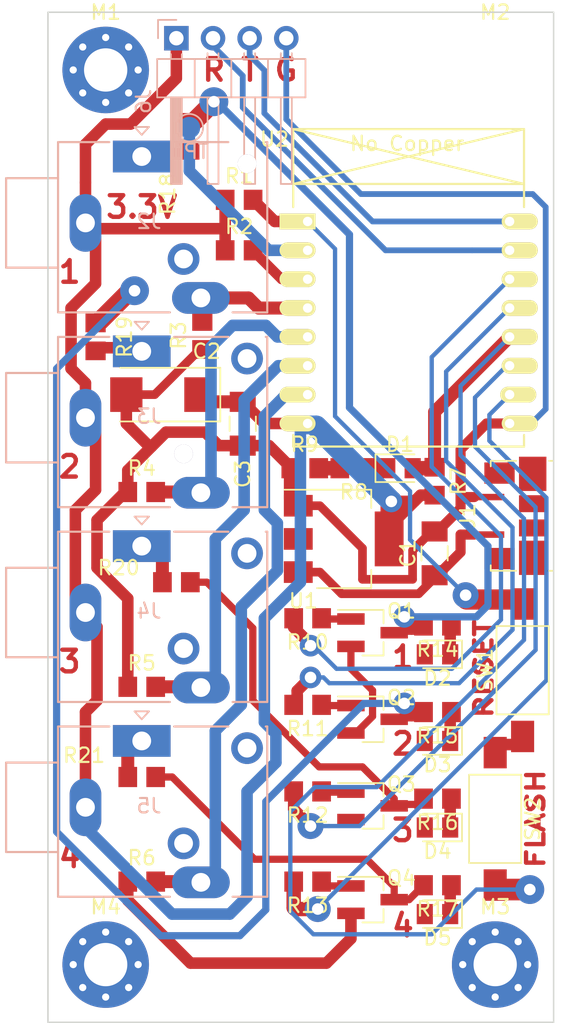
<source format=kicad_pcb>
(kicad_pcb (version 20171130) (host pcbnew "(5.0.0-rc2-100-g6d77e594b)")

  (general
    (thickness 1.6)
    (drawings 18)
    (tracks 300)
    (zones 0)
    (modules 48)
    (nets 44)
  )

  (page A4)
  (layers
    (0 F.Cu signal)
    (31 B.Cu signal)
    (32 B.Adhes user)
    (33 F.Adhes user)
    (34 B.Paste user)
    (35 F.Paste user)
    (36 B.SilkS user)
    (37 F.SilkS user)
    (38 B.Mask user)
    (39 F.Mask user)
    (40 Dwgs.User user)
    (41 Cmts.User user)
    (42 Eco1.User user)
    (43 Eco2.User user)
    (44 Edge.Cuts user)
    (45 Margin user)
    (46 B.CrtYd user)
    (47 F.CrtYd user)
    (48 B.Fab user)
    (49 F.Fab user hide)
  )

  (setup
    (last_trace_width 0.5)
    (user_trace_width 0.3)
    (user_trace_width 0.4)
    (user_trace_width 0.5)
    (user_trace_width 0.6)
    (user_trace_width 0.7)
    (user_trace_width 0.8)
    (user_trace_width 0.9)
    (user_trace_width 1)
    (trace_clearance 0.3)
    (zone_clearance 0.508)
    (zone_45_only yes)
    (trace_min 0.3)
    (segment_width 0.2)
    (edge_width 0.1)
    (via_size 1)
    (via_drill 0.8)
    (via_min_size 0.8)
    (via_min_drill 0.8)
    (uvia_size 0.8)
    (uvia_drill 0.6)
    (uvias_allowed no)
    (uvia_min_size 0.2)
    (uvia_min_drill 0.1)
    (pcb_text_width 0.3)
    (pcb_text_size 1.5 1.5)
    (mod_edge_width 0.15)
    (mod_text_size 1 1)
    (mod_text_width 0.15)
    (pad_size 1.3 1.3)
    (pad_drill 1.3)
    (pad_to_mask_clearance 0)
    (aux_axis_origin 0 0)
    (visible_elements 7FFFFF7F)
    (pcbplotparams
      (layerselection 0x010fc_ffffffff)
      (usegerberextensions false)
      (usegerberattributes false)
      (usegerberadvancedattributes false)
      (creategerberjobfile false)
      (excludeedgelayer true)
      (linewidth 0.100000)
      (plotframeref false)
      (viasonmask false)
      (mode 1)
      (useauxorigin false)
      (hpglpennumber 1)
      (hpglpenspeed 20)
      (hpglpendiameter 15.000000)
      (psnegative false)
      (psa4output false)
      (plotreference true)
      (plotvalue true)
      (plotinvisibletext false)
      (padsonsilk false)
      (subtractmaskfromsilk false)
      (outputformat 1)
      (mirror false)
      (drillshape 1)
      (scaleselection 1)
      (outputdirectory ""))
  )

  (net 0 "")
  (net 1 GND)
  (net 2 /5V)
  (net 3 +3V3)
  (net 4 "Net-(D1-Pad1)")
  (net 5 /FLASH)
  (net 6 "Net-(D2-Pad1)")
  (net 7 "Net-(D3-Pad1)")
  (net 8 "Net-(D4-Pad1)")
  (net 9 "Net-(D5-Pad1)")
  (net 10 /BTN1)
  (net 11 "Net-(J2-PadRN)")
  (net 12 "Net-(J2-PadTN)")
  (net 13 /XLED1)
  (net 14 /XLED2)
  (net 15 "Net-(J3-PadTN)")
  (net 16 "Net-(J3-PadRN)")
  (net 17 /BTN2)
  (net 18 /BTN3)
  (net 19 "Net-(J4-PadRN)")
  (net 20 "Net-(J4-PadTN)")
  (net 21 /XLED3)
  (net 22 /XLED4)
  (net 23 "Net-(J5-PadTN)")
  (net 24 "Net-(J5-PadRN)")
  (net 25 /BTN4)
  (net 26 /PC_TX)
  (net 27 /PC_RX)
  (net 28 "Net-(Q1-Pad1)")
  (net 29 /LED1_PWR)
  (net 30 /LED2_PWR)
  (net 31 "Net-(Q2-Pad1)")
  (net 32 "Net-(Q3-Pad1)")
  (net 33 /LED3_PWR)
  (net 34 /LED4_PWR)
  (net 35 "Net-(Q4-Pad1)")
  (net 36 /RESET)
  (net 37 /CHIP_EN)
  (net 38 "Net-(R8-Pad2)")
  (net 39 /LED1_CTL)
  (net 40 /LED2_CTL)
  (net 41 /LED3_CTL)
  (net 42 /LED4_CTL)
  (net 43 /ADC)

  (net_class Default "This is the default net class."
    (clearance 0.3)
    (trace_width 0.4)
    (via_dia 1)
    (via_drill 0.8)
    (uvia_dia 0.8)
    (uvia_drill 0.6)
    (diff_pair_gap 0.3)
    (diff_pair_width 0.3)
    (add_net /ADC)
    (add_net /PC_RX)
    (add_net /PC_TX)
    (add_net /XLED1)
    (add_net /XLED2)
    (add_net /XLED3)
    (add_net /XLED4)
    (add_net "Net-(D1-Pad1)")
    (add_net "Net-(D2-Pad1)")
    (add_net "Net-(D3-Pad1)")
    (add_net "Net-(D4-Pad1)")
    (add_net "Net-(D5-Pad1)")
    (add_net "Net-(J2-PadRN)")
    (add_net "Net-(J2-PadTN)")
    (add_net "Net-(J3-PadRN)")
    (add_net "Net-(J3-PadTN)")
    (add_net "Net-(J4-PadRN)")
    (add_net "Net-(J4-PadTN)")
    (add_net "Net-(J5-PadRN)")
    (add_net "Net-(J5-PadTN)")
    (add_net "Net-(Q1-Pad1)")
    (add_net "Net-(Q2-Pad1)")
    (add_net "Net-(Q3-Pad1)")
    (add_net "Net-(Q4-Pad1)")
    (add_net "Net-(R8-Pad2)")
  )

  (net_class Power ""
    (clearance 0.3)
    (trace_width 0.6)
    (via_dia 1)
    (via_drill 0.8)
    (uvia_dia 0.8)
    (uvia_drill 0.6)
    (diff_pair_gap 0.3)
    (diff_pair_width 0.3)
    (add_net +3V3)
    (add_net /5V)
    (add_net /LED1_PWR)
    (add_net /LED2_PWR)
    (add_net /LED3_PWR)
    (add_net /LED4_PWR)
    (add_net GND)
  )

  (net_class Signal ""
    (clearance 0.3)
    (trace_width 0.3)
    (via_dia 1)
    (via_drill 0.8)
    (uvia_dia 0.8)
    (uvia_drill 0.6)
    (diff_pair_gap 0.3)
    (diff_pair_width 0.3)
    (add_net /BTN1)
    (add_net /BTN2)
    (add_net /BTN3)
    (add_net /BTN4)
    (add_net /CHIP_EN)
    (add_net /FLASH)
    (add_net /LED1_CTL)
    (add_net /LED2_CTL)
    (add_net /LED3_CTL)
    (add_net /LED4_CTL)
    (add_net /RESET)
  )

  (module Capacitor_SMD:C_1206_3216Metric_Pad1.39x1.80mm_HandSolder (layer F.Cu) (tedit 5AC5DB74) (tstamp 5B2D60C5)
    (at 58.8 126 90)
    (descr "Capacitor SMD 1206 (3216 Metric), square (rectangular) end terminal, IPC_7351 nominal with elongated pad for handsoldering. (Body size source: http://www.tortai-tech.com/upload/download/2011102023233369053.pdf), generated with kicad-footprint-generator")
    (tags "capacitor handsolder")
    (path /5B0E62C7)
    (attr smd)
    (fp_text reference C1 (at 0 -1.85 90) (layer F.SilkS)
      (effects (font (size 1 1) (thickness 0.15)))
    )
    (fp_text value 0.47uF (at 0 1.85 90) (layer F.Fab)
      (effects (font (size 1 1) (thickness 0.15)))
    )
    (fp_text user %R (at 0 0 90) (layer F.Fab)
      (effects (font (size 0.8 0.8) (thickness 0.12)))
    )
    (fp_line (start 2.46 1.15) (end -2.46 1.15) (layer F.CrtYd) (width 0.05))
    (fp_line (start 2.46 -1.15) (end 2.46 1.15) (layer F.CrtYd) (width 0.05))
    (fp_line (start -2.46 -1.15) (end 2.46 -1.15) (layer F.CrtYd) (width 0.05))
    (fp_line (start -2.46 1.15) (end -2.46 -1.15) (layer F.CrtYd) (width 0.05))
    (fp_line (start -0.5 0.91) (end 0.5 0.91) (layer F.SilkS) (width 0.12))
    (fp_line (start -0.5 -0.91) (end 0.5 -0.91) (layer F.SilkS) (width 0.12))
    (fp_line (start 1.6 0.8) (end -1.6 0.8) (layer F.Fab) (width 0.1))
    (fp_line (start 1.6 -0.8) (end 1.6 0.8) (layer F.Fab) (width 0.1))
    (fp_line (start -1.6 -0.8) (end 1.6 -0.8) (layer F.Fab) (width 0.1))
    (fp_line (start -1.6 0.8) (end -1.6 -0.8) (layer F.Fab) (width 0.1))
    (pad 2 smd rect (at 1.5175 0 90) (size 1.395 1.8) (layers F.Cu F.Paste F.Mask)
      (net 1 GND))
    (pad 1 smd rect (at -1.5175 0 90) (size 1.395 1.8) (layers F.Cu F.Paste F.Mask)
      (net 2 /5V))
    (model ${KISYS3DMOD}/Capacitor_SMD.3dshapes/C_1206_3216Metric.wrl
      (at (xyz 0 0 0))
      (scale (xyz 1 1 1))
      (rotate (xyz 0 0 0))
    )
  )

  (module Connector_USB:USB_Micro-B_Molex_47346-0001 (layer F.Cu) (tedit 5B2D574F) (tstamp 5B38D3A4)
    (at 64.4 123.4 90)
    (descr "Micro USB B receptable with flange, bottom-mount, SMD, right-angle (http://www.molex.com/pdm_docs/sd/473460001_sd.pdf)")
    (tags "Micro B USB SMD")
    (path /5B0D20CF)
    (clearance 0.19)
    (attr smd)
    (fp_text reference J1 (at 0 -3.3 270) (layer F.SilkS)
      (effects (font (size 1 1) (thickness 0.15)))
    )
    (fp_text value microUSB (at 0 4.6 270) (layer F.Fab)
      (effects (font (size 1 1) (thickness 0.15)))
    )
    (fp_text user "PCB Edge" (at 0 2.67 270) (layer Dwgs.User)
      (effects (font (size 0.4 0.4) (thickness 0.04)))
    )
    (fp_text user %R (at 0 1.2 90) (layer F.Fab)
      (effects (font (size 1 1) (thickness 0.15)))
    )
    (fp_line (start 3.81 -1.71) (end 3.43 -1.71) (layer F.SilkS) (width 0.12))
    (fp_line (start 4.6 3.9) (end -4.6 3.9) (layer F.CrtYd) (width 0.05))
    (fp_line (start 4.6 -2.7) (end 4.6 3.9) (layer F.CrtYd) (width 0.05))
    (fp_line (start -4.6 -2.7) (end 4.6 -2.7) (layer F.CrtYd) (width 0.05))
    (fp_line (start -4.6 3.9) (end -4.6 -2.7) (layer F.CrtYd) (width 0.05))
    (fp_line (start 3.75 3.35) (end -3.75 3.35) (layer F.Fab) (width 0.1))
    (fp_line (start 3.75 -1.65) (end 3.75 3.35) (layer F.Fab) (width 0.1))
    (fp_line (start -3.75 -1.65) (end 3.75 -1.65) (layer F.Fab) (width 0.1))
    (fp_line (start -3.75 3.35) (end -3.75 -1.65) (layer F.Fab) (width 0.1))
    (fp_line (start 3.81 2.34) (end 3.81 2.6) (layer F.SilkS) (width 0.12))
    (fp_line (start 3.81 -1.71) (end 3.81 0.06) (layer F.SilkS) (width 0.12))
    (fp_line (start -3.81 -1.71) (end -3.43 -1.71) (layer F.SilkS) (width 0.12))
    (fp_line (start -3.81 0.06) (end -3.81 -1.71) (layer F.SilkS) (width 0.12))
    (fp_line (start -3.81 2.6) (end -3.81 2.34) (layer F.SilkS) (width 0.12))
    (fp_line (start -3.25 2.65) (end 3.25 2.65) (layer F.Fab) (width 0.1))
    (pad 1 smd rect (at -1.3 -1.96 90) (size 0.45 2.38) (layers F.Cu F.Paste F.Mask)
      (net 2 /5V))
    (pad 5 smd rect (at 1.3 -1.96 90) (size 0.45 2.38) (layers F.Cu F.Paste F.Mask)
      (net 1 GND))
    (pad 6 smd rect (at -2.9625 -1.1 90) (size 1.475 2.1) (layers F.Cu F.Paste F.Mask))
    (pad 6 smd rect (at 2.9625 -1.1 90) (size 1.475 2.1) (layers F.Cu F.Paste F.Mask))
    (pad 6 smd rect (at -2.91 1.2 90) (size 2.375 1.9) (layers F.Cu F.Paste F.Mask))
    (pad 6 smd rect (at 2.91 1.2 90) (size 2.375 1.9) (layers F.Cu F.Paste F.Mask))
    (pad 6 smd rect (at -0.84 1.2 90) (size 1.175 1.9) (layers F.Cu F.Paste F.Mask))
    (pad 6 smd rect (at 0.84 1.2 90) (size 1.175 1.9) (layers F.Cu F.Paste F.Mask))
    (model ${KISYS3DMOD}/Connector_USB.3dshapes/USB_Micro-B_Molex_47346-0001.wrl
      (at (xyz 0 0 0))
      (scale (xyz 1 1 1))
      (rotate (xyz 0 0 0))
    )
  )

  (module MountingHole:MountingHole_3mm (layer F.Cu) (tedit 56D1B4CB) (tstamp 5B38D225)
    (at 63 92.5)
    (descr "Mounting Hole 3mm, no annular")
    (tags "mounting hole 3mm no annular")
    (attr virtual)
    (fp_text reference M2 (at 0 -4) (layer F.SilkS)
      (effects (font (size 1 1) (thickness 0.15)))
    )
    (fp_text value MountingHole_3mm (at 0 4) (layer F.Fab)
      (effects (font (size 1 1) (thickness 0.15)))
    )
    (fp_circle (center 0 0) (end 3.25 0) (layer F.CrtYd) (width 0.05))
    (fp_circle (center 0 0) (end 3 0) (layer Cmts.User) (width 0.15))
    (fp_text user %R (at 0.3 0) (layer F.Fab)
      (effects (font (size 1 1) (thickness 0.15)))
    )
    (pad 1 np_thru_hole circle (at 0 0) (size 3 3) (drill 3) (layers *.Cu *.Mask))
  )

  (module MountingHole:MountingHole_3mm_Pad_Via (layer F.Cu) (tedit 5B2B669C) (tstamp 5B38D2C8)
    (at 63 154.5)
    (descr "Mounting Hole 3mm")
    (tags "mounting hole 3mm")
    (attr virtual)
    (fp_text reference M3 (at 0 -4) (layer F.SilkS)
      (effects (font (size 1 1) (thickness 0.15)))
    )
    (fp_text value MountingHole_3mm_Pad_Via (at 0 4) (layer F.Fab) hide
      (effects (font (size 1 1) (thickness 0.15)))
    )
    (fp_text user %R (at 0.3 0) (layer F.Fab)
      (effects (font (size 1 1) (thickness 0.15)))
    )
    (fp_circle (center 0 0) (end 3 0) (layer Cmts.User) (width 0.15))
    (fp_circle (center 0 0) (end 3.25 0) (layer F.CrtYd) (width 0.05))
    (pad BR thru_hole circle (at 0 0) (size 6 6) (drill 3) (layers *.Cu *.Mask))
    (pad 1 thru_hole circle (at 2.25 0) (size 0.8 0.8) (drill 0.5) (layers *.Cu *.Mask))
    (pad 1 thru_hole circle (at 1.59099 1.59099) (size 0.8 0.8) (drill 0.5) (layers *.Cu *.Mask))
    (pad 1 thru_hole circle (at 0 2.25) (size 0.8 0.8) (drill 0.5) (layers *.Cu *.Mask))
    (pad 1 thru_hole circle (at -1.59099 1.59099) (size 0.8 0.8) (drill 0.5) (layers *.Cu *.Mask))
    (pad 1 thru_hole circle (at -2.25 0) (size 0.8 0.8) (drill 0.5) (layers *.Cu *.Mask))
    (pad 1 thru_hole circle (at -1.59099 -1.59099) (size 0.8 0.8) (drill 0.5) (layers *.Cu *.Mask))
    (pad 1 thru_hole circle (at 0 -2.25) (size 0.8 0.8) (drill 0.5) (layers *.Cu *.Mask))
    (pad 1 thru_hole circle (at 1.59099 -1.59099) (size 0.8 0.8) (drill 0.5) (layers *.Cu *.Mask))
  )

  (module MountingHole:MountingHole_3mm_Pad_Via (layer F.Cu) (tedit 5B2B66A6) (tstamp 5B38D29B)
    (at 36 154.5)
    (descr "Mounting Hole 3mm")
    (tags "mounting hole 3mm")
    (attr virtual)
    (fp_text reference M4 (at 0 -4) (layer F.SilkS)
      (effects (font (size 1 1) (thickness 0.15)))
    )
    (fp_text value MountingHole_3mm_Pad_Via (at 0 4) (layer F.Fab) hide
      (effects (font (size 1 1) (thickness 0.15)))
    )
    (fp_circle (center 0 0) (end 3.25 0) (layer F.CrtYd) (width 0.05))
    (fp_circle (center 0 0) (end 3 0) (layer Cmts.User) (width 0.15))
    (fp_text user %R (at 0.3 0) (layer F.Fab)
      (effects (font (size 1 1) (thickness 0.15)))
    )
    (pad 1 thru_hole circle (at 1.59099 -1.59099) (size 0.8 0.8) (drill 0.5) (layers *.Cu *.Mask))
    (pad 1 thru_hole circle (at 0 -2.25) (size 0.8 0.8) (drill 0.5) (layers *.Cu *.Mask))
    (pad 1 thru_hole circle (at -1.59099 -1.59099) (size 0.8 0.8) (drill 0.5) (layers *.Cu *.Mask))
    (pad 1 thru_hole circle (at -2.25 0) (size 0.8 0.8) (drill 0.5) (layers *.Cu *.Mask))
    (pad 1 thru_hole circle (at -1.59099 1.59099) (size 0.8 0.8) (drill 0.5) (layers *.Cu *.Mask))
    (pad 1 thru_hole circle (at 0 2.25) (size 0.8 0.8) (drill 0.5) (layers *.Cu *.Mask))
    (pad 1 thru_hole circle (at 1.59099 1.59099) (size 0.8 0.8) (drill 0.5) (layers *.Cu *.Mask))
    (pad 1 thru_hole circle (at 2.25 0) (size 0.8 0.8) (drill 0.5) (layers *.Cu *.Mask))
    (pad BL thru_hole circle (at 0 0) (size 6 6) (drill 3) (layers *.Cu *.Mask))
  )

  (module MountingHole:MountingHole_3mm_Pad_Via (layer F.Cu) (tedit 5B2B6688) (tstamp 5B38D265)
    (at 36 92.5)
    (descr "Mounting Hole 3mm")
    (tags "mounting hole 3mm")
    (attr virtual)
    (fp_text reference M1 (at 0 -4) (layer F.SilkS)
      (effects (font (size 1 1) (thickness 0.15)))
    )
    (fp_text value MountingHole_3mm_Pad_Via (at 0 4) (layer F.Fab) hide
      (effects (font (size 1 1) (thickness 0.15)))
    )
    (fp_text user %R (at 0.3 0) (layer F.Fab)
      (effects (font (size 1 1) (thickness 0.15)))
    )
    (fp_circle (center 0 0) (end 3 0) (layer Cmts.User) (width 0.15))
    (fp_circle (center 0 0) (end 3.25 0) (layer F.CrtYd) (width 0.05))
    (pad TL thru_hole circle (at 0 0) (size 6 6) (drill 3) (layers *.Cu *.Mask))
    (pad 1 thru_hole circle (at 2.25 0) (size 0.8 0.8) (drill 0.5) (layers *.Cu *.Mask))
    (pad 1 thru_hole circle (at 1.59099 1.59099) (size 0.8 0.8) (drill 0.5) (layers *.Cu *.Mask))
    (pad 1 thru_hole circle (at 0 2.25) (size 0.8 0.8) (drill 0.5) (layers *.Cu *.Mask))
    (pad 1 thru_hole circle (at -1.59099 1.59099) (size 0.8 0.8) (drill 0.5) (layers *.Cu *.Mask))
    (pad 1 thru_hole circle (at -2.25 0) (size 0.8 0.8) (drill 0.5) (layers *.Cu *.Mask))
    (pad 1 thru_hole circle (at -1.59099 -1.59099) (size 0.8 0.8) (drill 0.5) (layers *.Cu *.Mask))
    (pad 1 thru_hole circle (at 0 -2.25) (size 0.8 0.8) (drill 0.5) (layers *.Cu *.Mask))
    (pad 1 thru_hole circle (at 1.59099 -1.59099) (size 0.8 0.8) (drill 0.5) (layers *.Cu *.Mask))
  )

  (module Project-Lib:StereoJack_3.5mm_Switch_Ledino_KB3SPRS_Horizontal (layer B.Cu) (tedit 5B2D74D4) (tstamp 5B3886EE)
    (at 38.5 98.5)
    (descr https://www.reichelt.de/index.html?ACTION=7&LA=3&OPEN=0&INDEX=0&FILENAME=C160%252FKB3SPRS.pdf)
    (tags "jack stereo TRS")
    (path /5B0E59A9)
    (fp_text reference J2 (at 0.5 4.5) (layer B.SilkS)
      (effects (font (size 1 1) (thickness 0.15)) (justify mirror))
    )
    (fp_text value EXT1 (at -3.5 9.5) (layer B.Fab)
      (effects (font (size 1 1) (thickness 0.15)) (justify mirror))
    )
    (fp_circle (center 0.1 1.75) (end 0.4 1.55) (layer B.Fab) (width 0.12))
    (fp_line (start 9.1 -2) (end 9.1 11.4) (layer B.CrtYd) (width 0.05))
    (fp_line (start -9.8 11.4) (end -9.8 -2) (layer B.CrtYd) (width 0.05))
    (fp_line (start -9.4 1.5) (end -5.8 1.5) (layer B.SilkS) (width 0.15))
    (fp_line (start -9.4 7.7) (end -9.4 1.5) (layer B.SilkS) (width 0.15))
    (fp_line (start -5.8 7.7) (end -9.4 7.7) (layer B.SilkS) (width 0.15))
    (fp_line (start -5.8 -1) (end -5.8 10.8) (layer B.SilkS) (width 0.15))
    (fp_line (start -2.25 -1) (end -5.8 -1) (layer B.SilkS) (width 0.15))
    (fp_line (start 6 -1) (end 2.25 -1) (layer B.SilkS) (width 0.15))
    (fp_line (start 8.7 -1) (end 8.6 -1) (layer B.SilkS) (width 0.15))
    (fp_line (start 8.7 10.8) (end 8.7 -1) (layer B.SilkS) (width 0.15))
    (fp_line (start 6.3 10.8) (end 8.7 10.8) (layer B.SilkS) (width 0.15))
    (fp_line (start -5.8 10.8) (end 1.95 10.8) (layer B.SilkS) (width 0.15))
    (fp_line (start 9.1 11.4) (end -9.8 11.4) (layer B.CrtYd) (width 0.05))
    (fp_line (start -9.8 -2) (end 9.1 -2) (layer B.CrtYd) (width 0.05))
    (fp_line (start 8.6 10.7) (end -5.7 10.7) (layer B.Fab) (width 0.1))
    (fp_line (start 8.6 -0.9) (end 8.6 10.7) (layer B.Fab) (width 0.1))
    (fp_line (start -5.7 -0.9) (end 8.6 -0.9) (layer B.Fab) (width 0.1))
    (fp_line (start -5.7 10.7) (end -5.7 -0.9) (layer B.Fab) (width 0.1))
    (fp_line (start -9.3 7.6) (end -5.7 7.6) (layer B.Fab) (width 0.1))
    (fp_line (start -9.3 1.6) (end -5.7 1.6) (layer B.Fab) (width 0.1))
    (fp_line (start -9.3 7.6) (end -9.3 1.6) (layer B.Fab) (width 0.1))
    (fp_line (start 0 -1.5) (end -0.5 -2.05) (layer B.SilkS) (width 0.12))
    (fp_line (start -0.5 -2.05) (end 0.5 -2.05) (layer B.SilkS) (width 0.12))
    (fp_line (start 0.5 -2.05) (end 0 -1.5) (layer B.SilkS) (width 0.12))
    (fp_text user %R (at 2.7 4.6) (layer B.Fab)
      (effects (font (size 1 1) (thickness 0.15)) (justify mirror))
    )
    (pad S thru_hole oval (at -3.9 4.6) (size 2.2 4) (drill 1.3) (layers *.Cu *.Mask)
      (net 3 +3V3))
    (pad R thru_hole oval (at 4.1 9.8) (size 4 2.2) (drill 1.3) (layers *.Cu *.Mask)
      (net 10 /BTN1))
    (pad RN thru_hole oval (at 2.9 7.1) (size 2.2 2.2) (drill 1.3) (layers *.Cu *.Mask)
      (net 11 "Net-(J2-PadRN)"))
    (pad TN thru_hole oval (at 7.3 0.5 270) (size 1.3 1.3) (drill 1.3) (layers *.Cu *.Mask)
      (net 12 "Net-(J2-PadTN)"))
    (pad T thru_hole rect (at 0 0) (size 4 2.2) (drill 1.3) (layers *.Cu *.Mask)
      (net 13 /XLED1))
    (model ${KISYS3DMOD}/Connector_Audio.3dshapes/StereoJack_3.5mm_Switch_Ledino_KB3SPRS_Horizontal.wrl
      (at (xyz 0 0 0))
      (scale (xyz 1 1 1))
      (rotate (xyz 0 0 0))
    )
  )

  (module Capacitor_Tantalum_SMD:CP_EIA-6032-28_Kemet-C_Pad2.24x2.40mm_HandSolder (layer F.Cu) (tedit 5A1ED0F1) (tstamp 5B37AA94)
    (at 40 115 180)
    (descr "Tantalum Capacitor SMD Kemet-C (6032-28 Metric), IPC_7351 nominal, (Body size from: http://www.kemet.com/Lists/ProductCatalog/Attachments/253/KEM_TC101_STD.pdf), generated with kicad-footprint-generator")
    (tags "capacitor tantalum")
    (path /5B0E64AB)
    (attr smd)
    (fp_text reference C2 (at -3 3 180) (layer F.SilkS)
      (effects (font (size 1 1) (thickness 0.15)))
    )
    (fp_text value 33uF (at 0 2.55 180) (layer F.Fab)
      (effects (font (size 1 1) (thickness 0.15)))
    )
    (fp_line (start 3 -1.6) (end -2.2 -1.6) (layer F.Fab) (width 0.1))
    (fp_line (start -2.2 -1.6) (end -3 -0.8) (layer F.Fab) (width 0.1))
    (fp_line (start -3 -0.8) (end -3 1.6) (layer F.Fab) (width 0.1))
    (fp_line (start -3 1.6) (end 3 1.6) (layer F.Fab) (width 0.1))
    (fp_line (start 3 1.6) (end 3 -1.6) (layer F.Fab) (width 0.1))
    (fp_line (start 3 -1.86) (end -3.945 -1.86) (layer F.SilkS) (width 0.12))
    (fp_line (start -3.945 -1.86) (end -3.945 1.86) (layer F.SilkS) (width 0.12))
    (fp_line (start -3.945 1.86) (end 3 1.86) (layer F.SilkS) (width 0.12))
    (fp_line (start -3.94 1.85) (end -3.94 -1.85) (layer F.CrtYd) (width 0.05))
    (fp_line (start -3.94 -1.85) (end 3.94 -1.85) (layer F.CrtYd) (width 0.05))
    (fp_line (start 3.94 -1.85) (end 3.94 1.85) (layer F.CrtYd) (width 0.05))
    (fp_line (start 3.94 1.85) (end -3.94 1.85) (layer F.CrtYd) (width 0.05))
    (fp_text user %R (at 0 0 180) (layer F.Fab)
      (effects (font (size 1 1) (thickness 0.15)))
    )
    (pad 1 smd rect (at -2.5675 0 180) (size 2.235 2.4) (layers F.Cu F.Paste F.Mask)
      (net 3 +3V3))
    (pad 2 smd rect (at 2.5675 0 180) (size 2.235 2.4) (layers F.Cu F.Paste F.Mask)
      (net 1 GND))
    (model ${KISYS3DMOD}/Capacitor_Tantalum_SMD.3dshapes/CP_EIA-6032-28_Kemet-C.wrl
      (at (xyz 0 0 0))
      (scale (xyz 1 1 1))
      (rotate (xyz 0 0 0))
    )
  )

  (module Capacitor_SMD:C_1206_3216Metric_Pad1.39x1.80mm_HandSolder (layer F.Cu) (tedit 5AC5DB74) (tstamp 5B37AAA5)
    (at 45.5 117.0175 270)
    (descr "Capacitor SMD 1206 (3216 Metric), square (rectangular) end terminal, IPC_7351 nominal with elongated pad for handsoldering. (Body size source: http://www.tortai-tech.com/upload/download/2011102023233369053.pdf), generated with kicad-footprint-generator")
    (tags "capacitor handsolder")
    (path /5B1015E7)
    (attr smd)
    (fp_text reference C3 (at 3.4825 0 270) (layer F.SilkS)
      (effects (font (size 1 1) (thickness 0.15)))
    )
    (fp_text value 0.1uF (at 0 1.85 270) (layer F.Fab)
      (effects (font (size 1 1) (thickness 0.15)))
    )
    (fp_line (start -1.6 0.8) (end -1.6 -0.8) (layer F.Fab) (width 0.1))
    (fp_line (start -1.6 -0.8) (end 1.6 -0.8) (layer F.Fab) (width 0.1))
    (fp_line (start 1.6 -0.8) (end 1.6 0.8) (layer F.Fab) (width 0.1))
    (fp_line (start 1.6 0.8) (end -1.6 0.8) (layer F.Fab) (width 0.1))
    (fp_line (start -0.5 -0.91) (end 0.5 -0.91) (layer F.SilkS) (width 0.12))
    (fp_line (start -0.5 0.91) (end 0.5 0.91) (layer F.SilkS) (width 0.12))
    (fp_line (start -2.46 1.15) (end -2.46 -1.15) (layer F.CrtYd) (width 0.05))
    (fp_line (start -2.46 -1.15) (end 2.46 -1.15) (layer F.CrtYd) (width 0.05))
    (fp_line (start 2.46 -1.15) (end 2.46 1.15) (layer F.CrtYd) (width 0.05))
    (fp_line (start 2.46 1.15) (end -2.46 1.15) (layer F.CrtYd) (width 0.05))
    (fp_text user %R (at 0 0 270) (layer F.Fab)
      (effects (font (size 0.8 0.8) (thickness 0.12)))
    )
    (pad 1 smd rect (at -1.5175 0 270) (size 1.395 1.8) (layers F.Cu F.Paste F.Mask)
      (net 3 +3V3))
    (pad 2 smd rect (at 1.5175 0 270) (size 1.395 1.8) (layers F.Cu F.Paste F.Mask)
      (net 1 GND))
    (model ${KISYS3DMOD}/Capacitor_SMD.3dshapes/C_1206_3216Metric.wrl
      (at (xyz 0 0 0))
      (scale (xyz 1 1 1))
      (rotate (xyz 0 0 0))
    )
  )

  (module LED_SMD:LED_0805_2012Metric_Pad1.12x1.40mm_HandSolder (layer F.Cu) (tedit 5AC5DB75) (tstamp 5B38966E)
    (at 56.4 120.1)
    (descr "LED SMD 0805 (2012 Metric), square (rectangular) end terminal, IPC_7351 nominal, (Body size source: http://www.tortai-tech.com/upload/download/2011102023233369053.pdf), generated with kicad-footprint-generator")
    (tags "LED handsolder")
    (path /5B0FFED7)
    (attr smd)
    (fp_text reference D1 (at 0 -1.65) (layer F.SilkS)
      (effects (font (size 1 1) (thickness 0.15)))
    )
    (fp_text value STATUS (at 0 1.65) (layer F.Fab)
      (effects (font (size 1 1) (thickness 0.15)))
    )
    (fp_line (start 1 -0.6) (end -0.7 -0.6) (layer F.Fab) (width 0.1))
    (fp_line (start -0.7 -0.6) (end -1 -0.3) (layer F.Fab) (width 0.1))
    (fp_line (start -1 -0.3) (end -1 0.6) (layer F.Fab) (width 0.1))
    (fp_line (start -1 0.6) (end 1 0.6) (layer F.Fab) (width 0.1))
    (fp_line (start 1 0.6) (end 1 -0.6) (layer F.Fab) (width 0.1))
    (fp_line (start 1 -0.96) (end -1.7 -0.96) (layer F.SilkS) (width 0.12))
    (fp_line (start -1.7 -0.96) (end -1.7 0.96) (layer F.SilkS) (width 0.12))
    (fp_line (start -1.7 0.96) (end 1 0.96) (layer F.SilkS) (width 0.12))
    (fp_line (start -1.69 0.95) (end -1.69 -0.95) (layer F.CrtYd) (width 0.05))
    (fp_line (start -1.69 -0.95) (end 1.69 -0.95) (layer F.CrtYd) (width 0.05))
    (fp_line (start 1.69 -0.95) (end 1.69 0.95) (layer F.CrtYd) (width 0.05))
    (fp_line (start 1.69 0.95) (end -1.69 0.95) (layer F.CrtYd) (width 0.05))
    (fp_text user %R (at 0 0) (layer F.Fab)
      (effects (font (size 0.5 0.5) (thickness 0.08)))
    )
    (pad 1 smd rect (at -0.88 0) (size 1.12 1.4) (layers F.Cu F.Paste F.Mask)
      (net 4 "Net-(D1-Pad1)"))
    (pad 2 smd rect (at 0.88 0) (size 1.12 1.4) (layers F.Cu F.Paste F.Mask)
      (net 5 /FLASH))
    (model ${KISYS3DMOD}/LED_SMD.3dshapes/LED_0805_2012Metric.wrl
      (at (xyz 0 0 0))
      (scale (xyz 1 1 1))
      (rotate (xyz 0 0 0))
    )
  )

  (module LED_SMD:LED_0805_2012Metric_Pad1.12x1.40mm_HandSolder (layer F.Cu) (tedit 5AC5DB75) (tstamp 5B38B0A4)
    (at 59 133 180)
    (descr "LED SMD 0805 (2012 Metric), square (rectangular) end terminal, IPC_7351 nominal, (Body size source: http://www.tortai-tech.com/upload/download/2011102023233369053.pdf), generated with kicad-footprint-generator")
    (tags "LED handsolder")
    (path /5B0EEB3D)
    (attr smd)
    (fp_text reference D2 (at 0 -1.65 180) (layer F.SilkS)
      (effects (font (size 1 1) (thickness 0.15)))
    )
    (fp_text value LED1 (at 0 1.65 180) (layer F.Fab)
      (effects (font (size 1 1) (thickness 0.15)))
    )
    (fp_line (start 1 -0.6) (end -0.7 -0.6) (layer F.Fab) (width 0.1))
    (fp_line (start -0.7 -0.6) (end -1 -0.3) (layer F.Fab) (width 0.1))
    (fp_line (start -1 -0.3) (end -1 0.6) (layer F.Fab) (width 0.1))
    (fp_line (start -1 0.6) (end 1 0.6) (layer F.Fab) (width 0.1))
    (fp_line (start 1 0.6) (end 1 -0.6) (layer F.Fab) (width 0.1))
    (fp_line (start 1 -0.96) (end -1.7 -0.96) (layer F.SilkS) (width 0.12))
    (fp_line (start -1.7 -0.96) (end -1.7 0.96) (layer F.SilkS) (width 0.12))
    (fp_line (start -1.7 0.96) (end 1 0.96) (layer F.SilkS) (width 0.12))
    (fp_line (start -1.69 0.95) (end -1.69 -0.95) (layer F.CrtYd) (width 0.05))
    (fp_line (start -1.69 -0.95) (end 1.69 -0.95) (layer F.CrtYd) (width 0.05))
    (fp_line (start 1.69 -0.95) (end 1.69 0.95) (layer F.CrtYd) (width 0.05))
    (fp_line (start 1.69 0.95) (end -1.69 0.95) (layer F.CrtYd) (width 0.05))
    (fp_text user %R (at 0 0 180) (layer F.Fab)
      (effects (font (size 0.5 0.5) (thickness 0.08)))
    )
    (pad 1 smd rect (at -0.88 0 180) (size 1.12 1.4) (layers F.Cu F.Paste F.Mask)
      (net 6 "Net-(D2-Pad1)"))
    (pad 2 smd rect (at 0.88 0 180) (size 1.12 1.4) (layers F.Cu F.Paste F.Mask)
      (net 3 +3V3))
    (model ${KISYS3DMOD}/LED_SMD.3dshapes/LED_0805_2012Metric.wrl
      (at (xyz 0 0 0))
      (scale (xyz 1 1 1))
      (rotate (xyz 0 0 0))
    )
  )

  (module LED_SMD:LED_0805_2012Metric_Pad1.12x1.40mm_HandSolder (layer F.Cu) (tedit 5AC5DB75) (tstamp 5B38B032)
    (at 59 139 180)
    (descr "LED SMD 0805 (2012 Metric), square (rectangular) end terminal, IPC_7351 nominal, (Body size source: http://www.tortai-tech.com/upload/download/2011102023233369053.pdf), generated with kicad-footprint-generator")
    (tags "LED handsolder")
    (path /5B0F138D)
    (attr smd)
    (fp_text reference D3 (at 0 -1.65 180) (layer F.SilkS)
      (effects (font (size 1 1) (thickness 0.15)))
    )
    (fp_text value LED2 (at 0 1.65 180) (layer F.Fab)
      (effects (font (size 1 1) (thickness 0.15)))
    )
    (fp_text user %R (at 0 0 180) (layer F.Fab)
      (effects (font (size 0.5 0.5) (thickness 0.08)))
    )
    (fp_line (start 1.69 0.95) (end -1.69 0.95) (layer F.CrtYd) (width 0.05))
    (fp_line (start 1.69 -0.95) (end 1.69 0.95) (layer F.CrtYd) (width 0.05))
    (fp_line (start -1.69 -0.95) (end 1.69 -0.95) (layer F.CrtYd) (width 0.05))
    (fp_line (start -1.69 0.95) (end -1.69 -0.95) (layer F.CrtYd) (width 0.05))
    (fp_line (start -1.7 0.96) (end 1 0.96) (layer F.SilkS) (width 0.12))
    (fp_line (start -1.7 -0.96) (end -1.7 0.96) (layer F.SilkS) (width 0.12))
    (fp_line (start 1 -0.96) (end -1.7 -0.96) (layer F.SilkS) (width 0.12))
    (fp_line (start 1 0.6) (end 1 -0.6) (layer F.Fab) (width 0.1))
    (fp_line (start -1 0.6) (end 1 0.6) (layer F.Fab) (width 0.1))
    (fp_line (start -1 -0.3) (end -1 0.6) (layer F.Fab) (width 0.1))
    (fp_line (start -0.7 -0.6) (end -1 -0.3) (layer F.Fab) (width 0.1))
    (fp_line (start 1 -0.6) (end -0.7 -0.6) (layer F.Fab) (width 0.1))
    (pad 2 smd rect (at 0.88 0 180) (size 1.12 1.4) (layers F.Cu F.Paste F.Mask)
      (net 3 +3V3))
    (pad 1 smd rect (at -0.88 0 180) (size 1.12 1.4) (layers F.Cu F.Paste F.Mask)
      (net 7 "Net-(D3-Pad1)"))
    (model ${KISYS3DMOD}/LED_SMD.3dshapes/LED_0805_2012Metric.wrl
      (at (xyz 0 0 0))
      (scale (xyz 1 1 1))
      (rotate (xyz 0 0 0))
    )
  )

  (module LED_SMD:LED_0805_2012Metric_Pad1.12x1.40mm_HandSolder (layer F.Cu) (tedit 5AC5DB75) (tstamp 5B38AFFC)
    (at 59 145 180)
    (descr "LED SMD 0805 (2012 Metric), square (rectangular) end terminal, IPC_7351 nominal, (Body size source: http://www.tortai-tech.com/upload/download/2011102023233369053.pdf), generated with kicad-footprint-generator")
    (tags "LED handsolder")
    (path /5B0F144D)
    (attr smd)
    (fp_text reference D4 (at 0 -1.65 180) (layer F.SilkS)
      (effects (font (size 1 1) (thickness 0.15)))
    )
    (fp_text value LED3 (at 0 1.65 180) (layer F.Fab)
      (effects (font (size 1 1) (thickness 0.15)))
    )
    (fp_line (start 1 -0.6) (end -0.7 -0.6) (layer F.Fab) (width 0.1))
    (fp_line (start -0.7 -0.6) (end -1 -0.3) (layer F.Fab) (width 0.1))
    (fp_line (start -1 -0.3) (end -1 0.6) (layer F.Fab) (width 0.1))
    (fp_line (start -1 0.6) (end 1 0.6) (layer F.Fab) (width 0.1))
    (fp_line (start 1 0.6) (end 1 -0.6) (layer F.Fab) (width 0.1))
    (fp_line (start 1 -0.96) (end -1.7 -0.96) (layer F.SilkS) (width 0.12))
    (fp_line (start -1.7 -0.96) (end -1.7 0.96) (layer F.SilkS) (width 0.12))
    (fp_line (start -1.7 0.96) (end 1 0.96) (layer F.SilkS) (width 0.12))
    (fp_line (start -1.69 0.95) (end -1.69 -0.95) (layer F.CrtYd) (width 0.05))
    (fp_line (start -1.69 -0.95) (end 1.69 -0.95) (layer F.CrtYd) (width 0.05))
    (fp_line (start 1.69 -0.95) (end 1.69 0.95) (layer F.CrtYd) (width 0.05))
    (fp_line (start 1.69 0.95) (end -1.69 0.95) (layer F.CrtYd) (width 0.05))
    (fp_text user %R (at 0 0 180) (layer F.Fab)
      (effects (font (size 0.5 0.5) (thickness 0.08)))
    )
    (pad 1 smd rect (at -0.88 0 180) (size 1.12 1.4) (layers F.Cu F.Paste F.Mask)
      (net 8 "Net-(D4-Pad1)"))
    (pad 2 smd rect (at 0.88 0 180) (size 1.12 1.4) (layers F.Cu F.Paste F.Mask)
      (net 3 +3V3))
    (model ${KISYS3DMOD}/LED_SMD.3dshapes/LED_0805_2012Metric.wrl
      (at (xyz 0 0 0))
      (scale (xyz 1 1 1))
      (rotate (xyz 0 0 0))
    )
  )

  (module LED_SMD:LED_0805_2012Metric_Pad1.12x1.40mm_HandSolder (layer F.Cu) (tedit 5AC5DB75) (tstamp 5B38E12E)
    (at 59 151 180)
    (descr "LED SMD 0805 (2012 Metric), square (rectangular) end terminal, IPC_7351 nominal, (Body size source: http://www.tortai-tech.com/upload/download/2011102023233369053.pdf), generated with kicad-footprint-generator")
    (tags "LED handsolder")
    (path /5B0F1531)
    (attr smd)
    (fp_text reference D5 (at 0 -1.65 180) (layer F.SilkS)
      (effects (font (size 1 1) (thickness 0.15)))
    )
    (fp_text value LED4 (at 0 1.65 180) (layer F.Fab)
      (effects (font (size 1 1) (thickness 0.15)))
    )
    (fp_text user %R (at 0 0 180) (layer F.Fab)
      (effects (font (size 0.5 0.5) (thickness 0.08)))
    )
    (fp_line (start 1.69 0.95) (end -1.69 0.95) (layer F.CrtYd) (width 0.05))
    (fp_line (start 1.69 -0.95) (end 1.69 0.95) (layer F.CrtYd) (width 0.05))
    (fp_line (start -1.69 -0.95) (end 1.69 -0.95) (layer F.CrtYd) (width 0.05))
    (fp_line (start -1.69 0.95) (end -1.69 -0.95) (layer F.CrtYd) (width 0.05))
    (fp_line (start -1.7 0.96) (end 1 0.96) (layer F.SilkS) (width 0.12))
    (fp_line (start -1.7 -0.96) (end -1.7 0.96) (layer F.SilkS) (width 0.12))
    (fp_line (start 1 -0.96) (end -1.7 -0.96) (layer F.SilkS) (width 0.12))
    (fp_line (start 1 0.6) (end 1 -0.6) (layer F.Fab) (width 0.1))
    (fp_line (start -1 0.6) (end 1 0.6) (layer F.Fab) (width 0.1))
    (fp_line (start -1 -0.3) (end -1 0.6) (layer F.Fab) (width 0.1))
    (fp_line (start -0.7 -0.6) (end -1 -0.3) (layer F.Fab) (width 0.1))
    (fp_line (start 1 -0.6) (end -0.7 -0.6) (layer F.Fab) (width 0.1))
    (pad 2 smd rect (at 0.88 0 180) (size 1.12 1.4) (layers F.Cu F.Paste F.Mask)
      (net 3 +3V3))
    (pad 1 smd rect (at -0.88 0 180) (size 1.12 1.4) (layers F.Cu F.Paste F.Mask)
      (net 9 "Net-(D5-Pad1)"))
    (model ${KISYS3DMOD}/LED_SMD.3dshapes/LED_0805_2012Metric.wrl
      (at (xyz 0 0 0))
      (scale (xyz 1 1 1))
      (rotate (xyz 0 0 0))
    )
  )

  (module Project-Lib:StereoJack_3.5mm_Switch_Ledino_KB3SPRS_Horizontal (layer B.Cu) (tedit 5B2B53D2) (tstamp 5B37C19E)
    (at 38.5 112)
    (descr https://www.reichelt.de/index.html?ACTION=7&LA=3&OPEN=0&INDEX=0&FILENAME=C160%252FKB3SPRS.pdf)
    (tags "jack stereo TRS")
    (path /5B0EAB6B)
    (fp_text reference J3 (at 0.5 4.5) (layer B.SilkS)
      (effects (font (size 1 1) (thickness 0.15)) (justify mirror))
    )
    (fp_text value EXT2 (at -3.5 9.5) (layer B.Fab)
      (effects (font (size 1 1) (thickness 0.15)) (justify mirror))
    )
    (fp_text user %R (at 2.7 4.6) (layer B.Fab)
      (effects (font (size 1 1) (thickness 0.15)) (justify mirror))
    )
    (fp_line (start 0.5 -2.05) (end 0 -1.5) (layer B.SilkS) (width 0.12))
    (fp_line (start -0.5 -2.05) (end 0.5 -2.05) (layer B.SilkS) (width 0.12))
    (fp_line (start 0 -1.5) (end -0.5 -2.05) (layer B.SilkS) (width 0.12))
    (fp_line (start -9.3 7.6) (end -9.3 1.6) (layer B.Fab) (width 0.1))
    (fp_line (start -9.3 1.6) (end -5.7 1.6) (layer B.Fab) (width 0.1))
    (fp_line (start -9.3 7.6) (end -5.7 7.6) (layer B.Fab) (width 0.1))
    (fp_line (start -5.7 10.7) (end -5.7 -0.9) (layer B.Fab) (width 0.1))
    (fp_line (start -5.7 -0.9) (end 8.6 -0.9) (layer B.Fab) (width 0.1))
    (fp_line (start 8.6 -0.9) (end 8.6 10.7) (layer B.Fab) (width 0.1))
    (fp_line (start 8.6 10.7) (end -5.7 10.7) (layer B.Fab) (width 0.1))
    (fp_line (start -9.8 -2) (end 9.1 -2) (layer B.CrtYd) (width 0.05))
    (fp_line (start 9.1 11.4) (end -9.8 11.4) (layer B.CrtYd) (width 0.05))
    (fp_line (start -5.8 10.8) (end 1.95 10.8) (layer B.SilkS) (width 0.15))
    (fp_line (start 6.3 10.8) (end 8.7 10.8) (layer B.SilkS) (width 0.15))
    (fp_line (start 8.7 10.8) (end 8.7 -1) (layer B.SilkS) (width 0.15))
    (fp_line (start 8.7 -1) (end 8.6 -1) (layer B.SilkS) (width 0.15))
    (fp_line (start 6 -1) (end 2.25 -1) (layer B.SilkS) (width 0.15))
    (fp_line (start -2.25 -1) (end -5.8 -1) (layer B.SilkS) (width 0.15))
    (fp_line (start -5.8 -1) (end -5.8 10.8) (layer B.SilkS) (width 0.15))
    (fp_line (start -5.8 7.7) (end -9.4 7.7) (layer B.SilkS) (width 0.15))
    (fp_line (start -9.4 7.7) (end -9.4 1.5) (layer B.SilkS) (width 0.15))
    (fp_line (start -9.4 1.5) (end -5.8 1.5) (layer B.SilkS) (width 0.15))
    (fp_line (start -9.8 11.4) (end -9.8 -2) (layer B.CrtYd) (width 0.05))
    (fp_line (start 9.1 -2) (end 9.1 11.4) (layer B.CrtYd) (width 0.05))
    (fp_circle (center 0.1 1.75) (end 0.4 1.55) (layer B.Fab) (width 0.12))
    (pad T thru_hole rect (at 0 0) (size 4 2.2) (drill 1.3) (layers *.Cu *.Mask)
      (net 14 /XLED2))
    (pad TN thru_hole oval (at 7.3 0.5 270) (size 2.2 2.2) (drill 1.3) (layers *.Cu *.Mask)
      (net 15 "Net-(J3-PadTN)"))
    (pad RN thru_hole oval (at 2.9 7.1) (size 1.3 1.3) (drill 1.3) (layers *.Cu *.Mask)
      (net 16 "Net-(J3-PadRN)"))
    (pad R thru_hole oval (at 4.1 9.8) (size 4 2.2) (drill 1.3) (layers *.Cu *.Mask)
      (net 17 /BTN2))
    (pad S thru_hole oval (at -3.9 4.6) (size 2.2 4) (drill 1.3) (layers *.Cu *.Mask)
      (net 3 +3V3))
    (model ${KISYS3DMOD}/Connector_Audio.3dshapes/StereoJack_3.5mm_Switch_Ledino_KB3SPRS_Horizontal.wrl
      (at (xyz 0 0 0))
      (scale (xyz 1 1 1))
      (rotate (xyz 0 0 0))
    )
  )

  (module Project-Lib:StereoJack_3.5mm_Switch_Ledino_KB3SPRS_Horizontal (layer B.Cu) (tedit 5B2B5526) (tstamp 5B37C0D2)
    (at 38.5 125.5)
    (descr https://www.reichelt.de/index.html?ACTION=7&LA=3&OPEN=0&INDEX=0&FILENAME=C160%252FKB3SPRS.pdf)
    (tags "jack stereo TRS")
    (path /5B0EABB9)
    (fp_text reference J4 (at 0.5 4.5) (layer B.SilkS)
      (effects (font (size 1 1) (thickness 0.15)) (justify mirror))
    )
    (fp_text value EXT3 (at -3.5 9.5) (layer B.Fab)
      (effects (font (size 1 1) (thickness 0.15)) (justify mirror))
    )
    (fp_circle (center 0.1 1.75) (end 0.4 1.55) (layer B.Fab) (width 0.12))
    (fp_line (start 9.1 -2) (end 9.1 11.4) (layer B.CrtYd) (width 0.05))
    (fp_line (start -9.8 11.4) (end -9.8 -2) (layer B.CrtYd) (width 0.05))
    (fp_line (start -9.4 1.5) (end -5.8 1.5) (layer B.SilkS) (width 0.15))
    (fp_line (start -9.4 7.7) (end -9.4 1.5) (layer B.SilkS) (width 0.15))
    (fp_line (start -5.8 7.7) (end -9.4 7.7) (layer B.SilkS) (width 0.15))
    (fp_line (start -5.8 -1) (end -5.8 10.8) (layer B.SilkS) (width 0.15))
    (fp_line (start -2.25 -1) (end -5.8 -1) (layer B.SilkS) (width 0.15))
    (fp_line (start 6 -1) (end 2.25 -1) (layer B.SilkS) (width 0.15))
    (fp_line (start 8.7 -1) (end 8.6 -1) (layer B.SilkS) (width 0.15))
    (fp_line (start 8.7 10.8) (end 8.7 -1) (layer B.SilkS) (width 0.15))
    (fp_line (start 6.3 10.8) (end 8.7 10.8) (layer B.SilkS) (width 0.15))
    (fp_line (start -5.8 10.8) (end 1.95 10.8) (layer B.SilkS) (width 0.15))
    (fp_line (start 9.1 11.4) (end -9.8 11.4) (layer B.CrtYd) (width 0.05))
    (fp_line (start -9.8 -2) (end 9.1 -2) (layer B.CrtYd) (width 0.05))
    (fp_line (start 8.6 10.7) (end -5.7 10.7) (layer B.Fab) (width 0.1))
    (fp_line (start 8.6 -0.9) (end 8.6 10.7) (layer B.Fab) (width 0.1))
    (fp_line (start -5.7 -0.9) (end 8.6 -0.9) (layer B.Fab) (width 0.1))
    (fp_line (start -5.7 10.7) (end -5.7 -0.9) (layer B.Fab) (width 0.1))
    (fp_line (start -9.3 7.6) (end -5.7 7.6) (layer B.Fab) (width 0.1))
    (fp_line (start -9.3 1.6) (end -5.7 1.6) (layer B.Fab) (width 0.1))
    (fp_line (start -9.3 7.6) (end -9.3 1.6) (layer B.Fab) (width 0.1))
    (fp_line (start 0 -1.5) (end -0.5 -2.05) (layer B.SilkS) (width 0.12))
    (fp_line (start -0.5 -2.05) (end 0.5 -2.05) (layer B.SilkS) (width 0.12))
    (fp_line (start 0.5 -2.05) (end 0 -1.5) (layer B.SilkS) (width 0.12))
    (fp_text user %R (at 2.7 4.6) (layer B.Fab)
      (effects (font (size 1 1) (thickness 0.15)) (justify mirror))
    )
    (pad S thru_hole oval (at -3.9 4.6) (size 2.2 4) (drill 1.3) (layers *.Cu *.Mask)
      (net 3 +3V3))
    (pad R thru_hole oval (at 4.1 9.8) (size 4 2.2) (drill 1.3) (layers *.Cu *.Mask)
      (net 18 /BTN3))
    (pad RN thru_hole oval (at 2.9 7.1) (size 2.2 2.2) (drill 1.3) (layers *.Cu *.Mask)
      (net 19 "Net-(J4-PadRN)"))
    (pad TN thru_hole oval (at 7.3 0.5 270) (size 2.2 2.2) (drill 1.3) (layers *.Cu *.Mask)
      (net 20 "Net-(J4-PadTN)"))
    (pad T thru_hole rect (at 0 0) (size 4 2.2) (drill 1.3) (layers *.Cu *.Mask)
      (net 21 /XLED3))
    (model ${KISYS3DMOD}/Connector_Audio.3dshapes/StereoJack_3.5mm_Switch_Ledino_KB3SPRS_Horizontal.wrl
      (at (xyz 0 0 0))
      (scale (xyz 1 1 1))
      (rotate (xyz 0 0 0))
    )
  )

  (module Project-Lib:StereoJack_3.5mm_Switch_Ledino_KB3SPRS_Horizontal (layer B.Cu) (tedit 5B2B552D) (tstamp 5B3887E0)
    (at 38.5 139)
    (descr https://www.reichelt.de/index.html?ACTION=7&LA=3&OPEN=0&INDEX=0&FILENAME=C160%252FKB3SPRS.pdf)
    (tags "jack stereo TRS")
    (path /5B0EACA3)
    (fp_text reference J5 (at 0.5 4.5) (layer B.SilkS)
      (effects (font (size 1 1) (thickness 0.15)) (justify mirror))
    )
    (fp_text value EXT4 (at -3.5 9.5) (layer B.Fab)
      (effects (font (size 1 1) (thickness 0.15)) (justify mirror))
    )
    (fp_text user %R (at 2.7 4.6) (layer B.Fab)
      (effects (font (size 1 1) (thickness 0.15)) (justify mirror))
    )
    (fp_line (start 0.5 -2.05) (end 0 -1.5) (layer B.SilkS) (width 0.12))
    (fp_line (start -0.5 -2.05) (end 0.5 -2.05) (layer B.SilkS) (width 0.12))
    (fp_line (start 0 -1.5) (end -0.5 -2.05) (layer B.SilkS) (width 0.12))
    (fp_line (start -9.3 7.6) (end -9.3 1.6) (layer B.Fab) (width 0.1))
    (fp_line (start -9.3 1.6) (end -5.7 1.6) (layer B.Fab) (width 0.1))
    (fp_line (start -9.3 7.6) (end -5.7 7.6) (layer B.Fab) (width 0.1))
    (fp_line (start -5.7 10.7) (end -5.7 -0.9) (layer B.Fab) (width 0.1))
    (fp_line (start -5.7 -0.9) (end 8.6 -0.9) (layer B.Fab) (width 0.1))
    (fp_line (start 8.6 -0.9) (end 8.6 10.7) (layer B.Fab) (width 0.1))
    (fp_line (start 8.6 10.7) (end -5.7 10.7) (layer B.Fab) (width 0.1))
    (fp_line (start -9.8 -2) (end 9.1 -2) (layer B.CrtYd) (width 0.05))
    (fp_line (start 9.1 11.4) (end -9.8 11.4) (layer B.CrtYd) (width 0.05))
    (fp_line (start -5.8 10.8) (end 1.95 10.8) (layer B.SilkS) (width 0.15))
    (fp_line (start 6.3 10.8) (end 8.7 10.8) (layer B.SilkS) (width 0.15))
    (fp_line (start 8.7 10.8) (end 8.7 -1) (layer B.SilkS) (width 0.15))
    (fp_line (start 8.7 -1) (end 8.6 -1) (layer B.SilkS) (width 0.15))
    (fp_line (start 6 -1) (end 2.25 -1) (layer B.SilkS) (width 0.15))
    (fp_line (start -2.25 -1) (end -5.8 -1) (layer B.SilkS) (width 0.15))
    (fp_line (start -5.8 -1) (end -5.8 10.8) (layer B.SilkS) (width 0.15))
    (fp_line (start -5.8 7.7) (end -9.4 7.7) (layer B.SilkS) (width 0.15))
    (fp_line (start -9.4 7.7) (end -9.4 1.5) (layer B.SilkS) (width 0.15))
    (fp_line (start -9.4 1.5) (end -5.8 1.5) (layer B.SilkS) (width 0.15))
    (fp_line (start -9.8 11.4) (end -9.8 -2) (layer B.CrtYd) (width 0.05))
    (fp_line (start 9.1 -2) (end 9.1 11.4) (layer B.CrtYd) (width 0.05))
    (fp_circle (center 0.1 1.75) (end 0.4 1.55) (layer B.Fab) (width 0.12))
    (pad T thru_hole rect (at 0 0) (size 4 2.2) (drill 1.3) (layers *.Cu *.Mask)
      (net 22 /XLED4))
    (pad TN thru_hole oval (at 7.3 0.5 270) (size 2.2 2.2) (drill 1.3) (layers *.Cu *.Mask)
      (net 23 "Net-(J5-PadTN)"))
    (pad RN thru_hole oval (at 2.9 7.1) (size 2.2 2.2) (drill 1.3) (layers *.Cu *.Mask)
      (net 24 "Net-(J5-PadRN)"))
    (pad R thru_hole oval (at 4.1 9.8) (size 4 2.2) (drill 1.3) (layers *.Cu *.Mask)
      (net 25 /BTN4))
    (pad S thru_hole oval (at -3.9 4.6) (size 2.2 4) (drill 1.3) (layers *.Cu *.Mask)
      (net 3 +3V3))
    (model ${KISYS3DMOD}/Connector_Audio.3dshapes/StereoJack_3.5mm_Switch_Ledino_KB3SPRS_Horizontal.wrl
      (at (xyz 0 0 0))
      (scale (xyz 1 1 1))
      (rotate (xyz 0 0 0))
    )
  )

  (module Connector_PinHeader_2.54mm:PinHeader_1x04_P2.54mm_Horizontal (layer B.Cu) (tedit 59FED5CB) (tstamp 5B2D864B)
    (at 40.9 90.3 270)
    (descr "Through hole angled pin header, 1x04, 2.54mm pitch, 6mm pin length, single row")
    (tags "Through hole angled pin header THT 1x04 2.54mm single row")
    (path /5B0ECA8D)
    (fp_text reference J6 (at 4.385 2.27 270) (layer B.SilkS)
      (effects (font (size 1 1) (thickness 0.15)) (justify mirror))
    )
    (fp_text value UART (at 4.385 -9.89 270) (layer B.Fab)
      (effects (font (size 1 1) (thickness 0.15)) (justify mirror))
    )
    (fp_line (start 2.135 1.27) (end 4.04 1.27) (layer B.Fab) (width 0.1))
    (fp_line (start 4.04 1.27) (end 4.04 -8.89) (layer B.Fab) (width 0.1))
    (fp_line (start 4.04 -8.89) (end 1.5 -8.89) (layer B.Fab) (width 0.1))
    (fp_line (start 1.5 -8.89) (end 1.5 0.635) (layer B.Fab) (width 0.1))
    (fp_line (start 1.5 0.635) (end 2.135 1.27) (layer B.Fab) (width 0.1))
    (fp_line (start -0.32 0.32) (end 1.5 0.32) (layer B.Fab) (width 0.1))
    (fp_line (start -0.32 0.32) (end -0.32 -0.32) (layer B.Fab) (width 0.1))
    (fp_line (start -0.32 -0.32) (end 1.5 -0.32) (layer B.Fab) (width 0.1))
    (fp_line (start 4.04 0.32) (end 10.04 0.32) (layer B.Fab) (width 0.1))
    (fp_line (start 10.04 0.32) (end 10.04 -0.32) (layer B.Fab) (width 0.1))
    (fp_line (start 4.04 -0.32) (end 10.04 -0.32) (layer B.Fab) (width 0.1))
    (fp_line (start -0.32 -2.22) (end 1.5 -2.22) (layer B.Fab) (width 0.1))
    (fp_line (start -0.32 -2.22) (end -0.32 -2.86) (layer B.Fab) (width 0.1))
    (fp_line (start -0.32 -2.86) (end 1.5 -2.86) (layer B.Fab) (width 0.1))
    (fp_line (start 4.04 -2.22) (end 10.04 -2.22) (layer B.Fab) (width 0.1))
    (fp_line (start 10.04 -2.22) (end 10.04 -2.86) (layer B.Fab) (width 0.1))
    (fp_line (start 4.04 -2.86) (end 10.04 -2.86) (layer B.Fab) (width 0.1))
    (fp_line (start -0.32 -4.76) (end 1.5 -4.76) (layer B.Fab) (width 0.1))
    (fp_line (start -0.32 -4.76) (end -0.32 -5.4) (layer B.Fab) (width 0.1))
    (fp_line (start -0.32 -5.4) (end 1.5 -5.4) (layer B.Fab) (width 0.1))
    (fp_line (start 4.04 -4.76) (end 10.04 -4.76) (layer B.Fab) (width 0.1))
    (fp_line (start 10.04 -4.76) (end 10.04 -5.4) (layer B.Fab) (width 0.1))
    (fp_line (start 4.04 -5.4) (end 10.04 -5.4) (layer B.Fab) (width 0.1))
    (fp_line (start -0.32 -7.3) (end 1.5 -7.3) (layer B.Fab) (width 0.1))
    (fp_line (start -0.32 -7.3) (end -0.32 -7.94) (layer B.Fab) (width 0.1))
    (fp_line (start -0.32 -7.94) (end 1.5 -7.94) (layer B.Fab) (width 0.1))
    (fp_line (start 4.04 -7.3) (end 10.04 -7.3) (layer B.Fab) (width 0.1))
    (fp_line (start 10.04 -7.3) (end 10.04 -7.94) (layer B.Fab) (width 0.1))
    (fp_line (start 4.04 -7.94) (end 10.04 -7.94) (layer B.Fab) (width 0.1))
    (fp_line (start 1.44 1.33) (end 1.44 -8.95) (layer B.SilkS) (width 0.12))
    (fp_line (start 1.44 -8.95) (end 4.1 -8.95) (layer B.SilkS) (width 0.12))
    (fp_line (start 4.1 -8.95) (end 4.1 1.33) (layer B.SilkS) (width 0.12))
    (fp_line (start 4.1 1.33) (end 1.44 1.33) (layer B.SilkS) (width 0.12))
    (fp_line (start 4.1 0.38) (end 10.1 0.38) (layer B.SilkS) (width 0.12))
    (fp_line (start 10.1 0.38) (end 10.1 -0.38) (layer B.SilkS) (width 0.12))
    (fp_line (start 10.1 -0.38) (end 4.1 -0.38) (layer B.SilkS) (width 0.12))
    (fp_line (start 4.1 0.32) (end 10.1 0.32) (layer B.SilkS) (width 0.12))
    (fp_line (start 4.1 0.2) (end 10.1 0.2) (layer B.SilkS) (width 0.12))
    (fp_line (start 4.1 0.08) (end 10.1 0.08) (layer B.SilkS) (width 0.12))
    (fp_line (start 4.1 -0.04) (end 10.1 -0.04) (layer B.SilkS) (width 0.12))
    (fp_line (start 4.1 -0.16) (end 10.1 -0.16) (layer B.SilkS) (width 0.12))
    (fp_line (start 4.1 -0.28) (end 10.1 -0.28) (layer B.SilkS) (width 0.12))
    (fp_line (start 1.11 0.38) (end 1.44 0.38) (layer B.SilkS) (width 0.12))
    (fp_line (start 1.11 -0.38) (end 1.44 -0.38) (layer B.SilkS) (width 0.12))
    (fp_line (start 1.44 -1.27) (end 4.1 -1.27) (layer B.SilkS) (width 0.12))
    (fp_line (start 4.1 -2.16) (end 10.1 -2.16) (layer B.SilkS) (width 0.12))
    (fp_line (start 10.1 -2.16) (end 10.1 -2.92) (layer B.SilkS) (width 0.12))
    (fp_line (start 10.1 -2.92) (end 4.1 -2.92) (layer B.SilkS) (width 0.12))
    (fp_line (start 1.042929 -2.16) (end 1.44 -2.16) (layer B.SilkS) (width 0.12))
    (fp_line (start 1.042929 -2.92) (end 1.44 -2.92) (layer B.SilkS) (width 0.12))
    (fp_line (start 1.44 -3.81) (end 4.1 -3.81) (layer B.SilkS) (width 0.12))
    (fp_line (start 4.1 -4.7) (end 10.1 -4.7) (layer B.SilkS) (width 0.12))
    (fp_line (start 10.1 -4.7) (end 10.1 -5.46) (layer B.SilkS) (width 0.12))
    (fp_line (start 10.1 -5.46) (end 4.1 -5.46) (layer B.SilkS) (width 0.12))
    (fp_line (start 1.042929 -4.7) (end 1.44 -4.7) (layer B.SilkS) (width 0.12))
    (fp_line (start 1.042929 -5.46) (end 1.44 -5.46) (layer B.SilkS) (width 0.12))
    (fp_line (start 1.44 -6.35) (end 4.1 -6.35) (layer B.SilkS) (width 0.12))
    (fp_line (start 4.1 -7.24) (end 10.1 -7.24) (layer B.SilkS) (width 0.12))
    (fp_line (start 10.1 -7.24) (end 10.1 -8) (layer B.SilkS) (width 0.12))
    (fp_line (start 10.1 -8) (end 4.1 -8) (layer B.SilkS) (width 0.12))
    (fp_line (start 1.042929 -7.24) (end 1.44 -7.24) (layer B.SilkS) (width 0.12))
    (fp_line (start 1.042929 -8) (end 1.44 -8) (layer B.SilkS) (width 0.12))
    (fp_line (start -1.27 0) (end -1.27 1.27) (layer B.SilkS) (width 0.12))
    (fp_line (start -1.27 1.27) (end 0 1.27) (layer B.SilkS) (width 0.12))
    (fp_line (start -1.8 1.8) (end -1.8 -9.4) (layer B.CrtYd) (width 0.05))
    (fp_line (start -1.8 -9.4) (end 10.55 -9.4) (layer B.CrtYd) (width 0.05))
    (fp_line (start 10.55 -9.4) (end 10.55 1.8) (layer B.CrtYd) (width 0.05))
    (fp_line (start 10.55 1.8) (end -1.8 1.8) (layer B.CrtYd) (width 0.05))
    (fp_text user %R (at 2.77 -3.81 180) (layer B.Fab)
      (effects (font (size 1 1) (thickness 0.15)) (justify mirror))
    )
    (pad 1 thru_hole rect (at 0 0 270) (size 1.7 1.7) (drill 1) (layers *.Cu *.Mask)
      (net 3 +3V3))
    (pad 2 thru_hole oval (at 0 -2.54 270) (size 1.7 1.7) (drill 1) (layers *.Cu *.Mask)
      (net 26 /PC_TX))
    (pad 3 thru_hole oval (at 0 -5.08 270) (size 1.7 1.7) (drill 1) (layers *.Cu *.Mask)
      (net 27 /PC_RX))
    (pad 4 thru_hole oval (at 0 -7.62 270) (size 1.7 1.7) (drill 1) (layers *.Cu *.Mask)
      (net 1 GND))
    (model ${KISYS3DMOD}/Connector_PinHeader_2.54mm.3dshapes/PinHeader_1x04_P2.54mm_Horizontal.wrl
      (at (xyz 0 0 0))
      (scale (xyz 1 1 1))
      (rotate (xyz 0 0 0))
    )
  )

  (module Package_TO_SOT_SMD:SOT-23_Handsoldering (layer F.Cu) (tedit 5A0AB76C) (tstamp 5B38AF8C)
    (at 54.5 131.5)
    (descr "SOT-23, Handsoldering")
    (tags SOT-23)
    (path /5B0F1898)
    (attr smd)
    (fp_text reference Q1 (at 2 -1.5) (layer F.SilkS)
      (effects (font (size 1 1) (thickness 0.15)))
    )
    (fp_text value BC848B (at 0 2.5) (layer F.Fab)
      (effects (font (size 1 1) (thickness 0.15)))
    )
    (fp_text user %R (at 0 0 90) (layer F.Fab)
      (effects (font (size 0.5 0.5) (thickness 0.075)))
    )
    (fp_line (start 0.76 1.58) (end 0.76 0.65) (layer F.SilkS) (width 0.12))
    (fp_line (start 0.76 -1.58) (end 0.76 -0.65) (layer F.SilkS) (width 0.12))
    (fp_line (start -2.7 -1.75) (end 2.7 -1.75) (layer F.CrtYd) (width 0.05))
    (fp_line (start 2.7 -1.75) (end 2.7 1.75) (layer F.CrtYd) (width 0.05))
    (fp_line (start 2.7 1.75) (end -2.7 1.75) (layer F.CrtYd) (width 0.05))
    (fp_line (start -2.7 1.75) (end -2.7 -1.75) (layer F.CrtYd) (width 0.05))
    (fp_line (start 0.76 -1.58) (end -2.4 -1.58) (layer F.SilkS) (width 0.12))
    (fp_line (start -0.7 -0.95) (end -0.7 1.5) (layer F.Fab) (width 0.1))
    (fp_line (start -0.15 -1.52) (end 0.7 -1.52) (layer F.Fab) (width 0.1))
    (fp_line (start -0.7 -0.95) (end -0.15 -1.52) (layer F.Fab) (width 0.1))
    (fp_line (start 0.7 -1.52) (end 0.7 1.52) (layer F.Fab) (width 0.1))
    (fp_line (start -0.7 1.52) (end 0.7 1.52) (layer F.Fab) (width 0.1))
    (fp_line (start 0.76 1.58) (end -0.7 1.58) (layer F.SilkS) (width 0.12))
    (pad 1 smd rect (at -1.5 -0.95) (size 1.9 0.8) (layers F.Cu F.Paste F.Mask)
      (net 28 "Net-(Q1-Pad1)"))
    (pad 2 smd rect (at -1.5 0.95) (size 1.9 0.8) (layers F.Cu F.Paste F.Mask)
      (net 1 GND))
    (pad 3 smd rect (at 1.5 0) (size 1.9 0.8) (layers F.Cu F.Paste F.Mask)
      (net 29 /LED1_PWR))
    (model ${KISYS3DMOD}/Package_TO_SOT_SMD.3dshapes/SOT-23.wrl
      (at (xyz 0 0 0))
      (scale (xyz 1 1 1))
      (rotate (xyz 0 0 0))
    )
  )

  (module Package_TO_SOT_SMD:SOT-23_Handsoldering (layer F.Cu) (tedit 5A0AB76C) (tstamp 5B38B106)
    (at 54.5 137.5)
    (descr "SOT-23, Handsoldering")
    (tags SOT-23)
    (path /5B0F6EB4)
    (attr smd)
    (fp_text reference Q2 (at 2 -1.5) (layer F.SilkS)
      (effects (font (size 1 1) (thickness 0.15)))
    )
    (fp_text value BC848B (at 0 2.5) (layer F.Fab)
      (effects (font (size 1 1) (thickness 0.15)))
    )
    (fp_line (start 0.76 1.58) (end -0.7 1.58) (layer F.SilkS) (width 0.12))
    (fp_line (start -0.7 1.52) (end 0.7 1.52) (layer F.Fab) (width 0.1))
    (fp_line (start 0.7 -1.52) (end 0.7 1.52) (layer F.Fab) (width 0.1))
    (fp_line (start -0.7 -0.95) (end -0.15 -1.52) (layer F.Fab) (width 0.1))
    (fp_line (start -0.15 -1.52) (end 0.7 -1.52) (layer F.Fab) (width 0.1))
    (fp_line (start -0.7 -0.95) (end -0.7 1.5) (layer F.Fab) (width 0.1))
    (fp_line (start 0.76 -1.58) (end -2.4 -1.58) (layer F.SilkS) (width 0.12))
    (fp_line (start -2.7 1.75) (end -2.7 -1.75) (layer F.CrtYd) (width 0.05))
    (fp_line (start 2.7 1.75) (end -2.7 1.75) (layer F.CrtYd) (width 0.05))
    (fp_line (start 2.7 -1.75) (end 2.7 1.75) (layer F.CrtYd) (width 0.05))
    (fp_line (start -2.7 -1.75) (end 2.7 -1.75) (layer F.CrtYd) (width 0.05))
    (fp_line (start 0.76 -1.58) (end 0.76 -0.65) (layer F.SilkS) (width 0.12))
    (fp_line (start 0.76 1.58) (end 0.76 0.65) (layer F.SilkS) (width 0.12))
    (fp_text user %R (at 0 0 90) (layer F.Fab)
      (effects (font (size 0.5 0.5) (thickness 0.075)))
    )
    (pad 3 smd rect (at 1.5 0) (size 1.9 0.8) (layers F.Cu F.Paste F.Mask)
      (net 30 /LED2_PWR))
    (pad 2 smd rect (at -1.5 0.95) (size 1.9 0.8) (layers F.Cu F.Paste F.Mask)
      (net 1 GND))
    (pad 1 smd rect (at -1.5 -0.95) (size 1.9 0.8) (layers F.Cu F.Paste F.Mask)
      (net 31 "Net-(Q2-Pad1)"))
    (model ${KISYS3DMOD}/Package_TO_SOT_SMD.3dshapes/SOT-23.wrl
      (at (xyz 0 0 0))
      (scale (xyz 1 1 1))
      (rotate (xyz 0 0 0))
    )
  )

  (module Package_TO_SOT_SMD:SOT-23_Handsoldering (layer F.Cu) (tedit 5A0AB76C) (tstamp 5B38CBC8)
    (at 54.5 143.5)
    (descr "SOT-23, Handsoldering")
    (tags SOT-23)
    (path /5B0F74E5)
    (attr smd)
    (fp_text reference Q3 (at 2 -1.5) (layer F.SilkS)
      (effects (font (size 1 1) (thickness 0.15)))
    )
    (fp_text value BC848B (at 0 2.5) (layer F.Fab)
      (effects (font (size 1 1) (thickness 0.15)))
    )
    (fp_text user %R (at 0 0 90) (layer F.Fab)
      (effects (font (size 0.5 0.5) (thickness 0.075)))
    )
    (fp_line (start 0.76 1.58) (end 0.76 0.65) (layer F.SilkS) (width 0.12))
    (fp_line (start 0.76 -1.58) (end 0.76 -0.65) (layer F.SilkS) (width 0.12))
    (fp_line (start -2.7 -1.75) (end 2.7 -1.75) (layer F.CrtYd) (width 0.05))
    (fp_line (start 2.7 -1.75) (end 2.7 1.75) (layer F.CrtYd) (width 0.05))
    (fp_line (start 2.7 1.75) (end -2.7 1.75) (layer F.CrtYd) (width 0.05))
    (fp_line (start -2.7 1.75) (end -2.7 -1.75) (layer F.CrtYd) (width 0.05))
    (fp_line (start 0.76 -1.58) (end -2.4 -1.58) (layer F.SilkS) (width 0.12))
    (fp_line (start -0.7 -0.95) (end -0.7 1.5) (layer F.Fab) (width 0.1))
    (fp_line (start -0.15 -1.52) (end 0.7 -1.52) (layer F.Fab) (width 0.1))
    (fp_line (start -0.7 -0.95) (end -0.15 -1.52) (layer F.Fab) (width 0.1))
    (fp_line (start 0.7 -1.52) (end 0.7 1.52) (layer F.Fab) (width 0.1))
    (fp_line (start -0.7 1.52) (end 0.7 1.52) (layer F.Fab) (width 0.1))
    (fp_line (start 0.76 1.58) (end -0.7 1.58) (layer F.SilkS) (width 0.12))
    (pad 1 smd rect (at -1.5 -0.95) (size 1.9 0.8) (layers F.Cu F.Paste F.Mask)
      (net 32 "Net-(Q3-Pad1)"))
    (pad 2 smd rect (at -1.5 0.95) (size 1.9 0.8) (layers F.Cu F.Paste F.Mask)
      (net 1 GND))
    (pad 3 smd rect (at 1.5 0) (size 1.9 0.8) (layers F.Cu F.Paste F.Mask)
      (net 33 /LED3_PWR))
    (model ${KISYS3DMOD}/Package_TO_SOT_SMD.3dshapes/SOT-23.wrl
      (at (xyz 0 0 0))
      (scale (xyz 1 1 1))
      (rotate (xyz 0 0 0))
    )
  )

  (module Package_TO_SOT_SMD:SOT-23_Handsoldering (layer F.Cu) (tedit 5A0AB76C) (tstamp 5B38AF50)
    (at 54.5 150)
    (descr "SOT-23, Handsoldering")
    (tags SOT-23)
    (path /5B0F8A47)
    (attr smd)
    (fp_text reference Q4 (at 2 -1.5) (layer F.SilkS)
      (effects (font (size 1 1) (thickness 0.15)))
    )
    (fp_text value BC848B (at 0 2.5) (layer F.Fab)
      (effects (font (size 1 1) (thickness 0.15)))
    )
    (fp_line (start 0.76 1.58) (end -0.7 1.58) (layer F.SilkS) (width 0.12))
    (fp_line (start -0.7 1.52) (end 0.7 1.52) (layer F.Fab) (width 0.1))
    (fp_line (start 0.7 -1.52) (end 0.7 1.52) (layer F.Fab) (width 0.1))
    (fp_line (start -0.7 -0.95) (end -0.15 -1.52) (layer F.Fab) (width 0.1))
    (fp_line (start -0.15 -1.52) (end 0.7 -1.52) (layer F.Fab) (width 0.1))
    (fp_line (start -0.7 -0.95) (end -0.7 1.5) (layer F.Fab) (width 0.1))
    (fp_line (start 0.76 -1.58) (end -2.4 -1.58) (layer F.SilkS) (width 0.12))
    (fp_line (start -2.7 1.75) (end -2.7 -1.75) (layer F.CrtYd) (width 0.05))
    (fp_line (start 2.7 1.75) (end -2.7 1.75) (layer F.CrtYd) (width 0.05))
    (fp_line (start 2.7 -1.75) (end 2.7 1.75) (layer F.CrtYd) (width 0.05))
    (fp_line (start -2.7 -1.75) (end 2.7 -1.75) (layer F.CrtYd) (width 0.05))
    (fp_line (start 0.76 -1.58) (end 0.76 -0.65) (layer F.SilkS) (width 0.12))
    (fp_line (start 0.76 1.58) (end 0.76 0.65) (layer F.SilkS) (width 0.12))
    (fp_text user %R (at 0 0 90) (layer F.Fab)
      (effects (font (size 0.5 0.5) (thickness 0.075)))
    )
    (pad 3 smd rect (at 1.5 0) (size 1.9 0.8) (layers F.Cu F.Paste F.Mask)
      (net 34 /LED4_PWR))
    (pad 2 smd rect (at -1.5 0.95) (size 1.9 0.8) (layers F.Cu F.Paste F.Mask)
      (net 1 GND))
    (pad 1 smd rect (at -1.5 -0.95) (size 1.9 0.8) (layers F.Cu F.Paste F.Mask)
      (net 35 "Net-(Q4-Pad1)"))
    (model ${KISYS3DMOD}/Package_TO_SOT_SMD.3dshapes/SOT-23.wrl
      (at (xyz 0 0 0))
      (scale (xyz 1 1 1))
      (rotate (xyz 0 0 0))
    )
  )

  (module Resistor_SMD:R_0805_2012Metric_Pad1.29x1.40mm_HandSolder (layer F.Cu) (tedit 5AC5DB74) (tstamp 5B37AC60)
    (at 45.25 101.5)
    (descr "Resistor SMD 0805 (2012 Metric), square (rectangular) end terminal, IPC_7351 nominal with elongated pad for handsoldering. (Body size source: http://www.tortai-tech.com/upload/download/2011102023233369053.pdf), generated with kicad-footprint-generator")
    (tags "resistor handsolder")
    (path /5B0E98AE)
    (attr smd)
    (fp_text reference R1 (at 0 -1.65) (layer F.SilkS)
      (effects (font (size 1 1) (thickness 0.15)))
    )
    (fp_text value 10k (at 0 1.65) (layer F.Fab)
      (effects (font (size 1 1) (thickness 0.15)))
    )
    (fp_line (start -1 0.6) (end -1 -0.6) (layer F.Fab) (width 0.1))
    (fp_line (start -1 -0.6) (end 1 -0.6) (layer F.Fab) (width 0.1))
    (fp_line (start 1 -0.6) (end 1 0.6) (layer F.Fab) (width 0.1))
    (fp_line (start 1 0.6) (end -1 0.6) (layer F.Fab) (width 0.1))
    (fp_line (start -1.86 0.95) (end -1.86 -0.95) (layer F.CrtYd) (width 0.05))
    (fp_line (start -1.86 -0.95) (end 1.86 -0.95) (layer F.CrtYd) (width 0.05))
    (fp_line (start 1.86 -0.95) (end 1.86 0.95) (layer F.CrtYd) (width 0.05))
    (fp_line (start 1.86 0.95) (end -1.86 0.95) (layer F.CrtYd) (width 0.05))
    (fp_text user %R (at 0 0) (layer F.Fab)
      (effects (font (size 0.5 0.5) (thickness 0.08)))
    )
    (pad 1 smd rect (at -0.9675 0) (size 1.295 1.4) (layers F.Cu F.Paste F.Mask)
      (net 3 +3V3))
    (pad 2 smd rect (at 0.9675 0) (size 1.295 1.4) (layers F.Cu F.Paste F.Mask)
      (net 36 /RESET))
    (model ${KISYS3DMOD}/Resistor_SMD.3dshapes/R_0805_2012Metric.wrl
      (at (xyz 0 0 0))
      (scale (xyz 1 1 1))
      (rotate (xyz 0 0 0))
    )
  )

  (module Resistor_SMD:R_0805_2012Metric_Pad1.29x1.40mm_HandSolder (layer F.Cu) (tedit 5AC5DB74) (tstamp 5B38B53C)
    (at 45.25 105)
    (descr "Resistor SMD 0805 (2012 Metric), square (rectangular) end terminal, IPC_7351 nominal with elongated pad for handsoldering. (Body size source: http://www.tortai-tech.com/upload/download/2011102023233369053.pdf), generated with kicad-footprint-generator")
    (tags "resistor handsolder")
    (path /5B0E99C1)
    (attr smd)
    (fp_text reference R2 (at 0 -1.65) (layer F.SilkS)
      (effects (font (size 1 1) (thickness 0.15)))
    )
    (fp_text value 10k (at 0 1.65) (layer F.Fab)
      (effects (font (size 1 1) (thickness 0.15)))
    )
    (fp_text user %R (at 0 0) (layer F.Fab)
      (effects (font (size 0.5 0.5) (thickness 0.08)))
    )
    (fp_line (start 1.86 0.95) (end -1.86 0.95) (layer F.CrtYd) (width 0.05))
    (fp_line (start 1.86 -0.95) (end 1.86 0.95) (layer F.CrtYd) (width 0.05))
    (fp_line (start -1.86 -0.95) (end 1.86 -0.95) (layer F.CrtYd) (width 0.05))
    (fp_line (start -1.86 0.95) (end -1.86 -0.95) (layer F.CrtYd) (width 0.05))
    (fp_line (start 1 0.6) (end -1 0.6) (layer F.Fab) (width 0.1))
    (fp_line (start 1 -0.6) (end 1 0.6) (layer F.Fab) (width 0.1))
    (fp_line (start -1 -0.6) (end 1 -0.6) (layer F.Fab) (width 0.1))
    (fp_line (start -1 0.6) (end -1 -0.6) (layer F.Fab) (width 0.1))
    (pad 2 smd rect (at 0.9675 0) (size 1.295 1.4) (layers F.Cu F.Paste F.Mask)
      (net 37 /CHIP_EN))
    (pad 1 smd rect (at -0.9675 0) (size 1.295 1.4) (layers F.Cu F.Paste F.Mask)
      (net 3 +3V3))
    (model ${KISYS3DMOD}/Resistor_SMD.3dshapes/R_0805_2012Metric.wrl
      (at (xyz 0 0 0))
      (scale (xyz 1 1 1))
      (rotate (xyz 0 0 0))
    )
  )

  (module Resistor_SMD:R_0805_2012Metric_Pad1.29x1.40mm_HandSolder (layer F.Cu) (tedit 5AC5DB74) (tstamp 5B37AC7E)
    (at 42.7 110.9 90)
    (descr "Resistor SMD 0805 (2012 Metric), square (rectangular) end terminal, IPC_7351 nominal with elongated pad for handsoldering. (Body size source: http://www.tortai-tech.com/upload/download/2011102023233369053.pdf), generated with kicad-footprint-generator")
    (tags "resistor handsolder")
    (path /5B0FD9F2)
    (attr smd)
    (fp_text reference R3 (at 0 -1.65 90) (layer F.SilkS)
      (effects (font (size 1 1) (thickness 0.15)))
    )
    (fp_text value 10k (at 0 1.65 90) (layer F.Fab)
      (effects (font (size 1 1) (thickness 0.15)))
    )
    (fp_line (start -1 0.6) (end -1 -0.6) (layer F.Fab) (width 0.1))
    (fp_line (start -1 -0.6) (end 1 -0.6) (layer F.Fab) (width 0.1))
    (fp_line (start 1 -0.6) (end 1 0.6) (layer F.Fab) (width 0.1))
    (fp_line (start 1 0.6) (end -1 0.6) (layer F.Fab) (width 0.1))
    (fp_line (start -1.86 0.95) (end -1.86 -0.95) (layer F.CrtYd) (width 0.05))
    (fp_line (start -1.86 -0.95) (end 1.86 -0.95) (layer F.CrtYd) (width 0.05))
    (fp_line (start 1.86 -0.95) (end 1.86 0.95) (layer F.CrtYd) (width 0.05))
    (fp_line (start 1.86 0.95) (end -1.86 0.95) (layer F.CrtYd) (width 0.05))
    (fp_text user %R (at 0 0 90) (layer F.Fab)
      (effects (font (size 0.5 0.5) (thickness 0.08)))
    )
    (pad 1 smd rect (at -0.9675 0 90) (size 1.295 1.4) (layers F.Cu F.Paste F.Mask)
      (net 1 GND))
    (pad 2 smd rect (at 0.9675 0 90) (size 1.295 1.4) (layers F.Cu F.Paste F.Mask)
      (net 10 /BTN1))
    (model ${KISYS3DMOD}/Resistor_SMD.3dshapes/R_0805_2012Metric.wrl
      (at (xyz 0 0 0))
      (scale (xyz 1 1 1))
      (rotate (xyz 0 0 0))
    )
  )

  (module Resistor_SMD:R_0805_2012Metric_Pad1.29x1.40mm_HandSolder (layer F.Cu) (tedit 5AC5DB74) (tstamp 5B38E529)
    (at 38.5 121.75)
    (descr "Resistor SMD 0805 (2012 Metric), square (rectangular) end terminal, IPC_7351 nominal with elongated pad for handsoldering. (Body size source: http://www.tortai-tech.com/upload/download/2011102023233369053.pdf), generated with kicad-footprint-generator")
    (tags "resistor handsolder")
    (path /5B0FDF49)
    (attr smd)
    (fp_text reference R4 (at 0 -1.65) (layer F.SilkS)
      (effects (font (size 1 1) (thickness 0.15)))
    )
    (fp_text value 10k (at 0 1.65) (layer F.Fab)
      (effects (font (size 1 1) (thickness 0.15)))
    )
    (fp_line (start -1 0.6) (end -1 -0.6) (layer F.Fab) (width 0.1))
    (fp_line (start -1 -0.6) (end 1 -0.6) (layer F.Fab) (width 0.1))
    (fp_line (start 1 -0.6) (end 1 0.6) (layer F.Fab) (width 0.1))
    (fp_line (start 1 0.6) (end -1 0.6) (layer F.Fab) (width 0.1))
    (fp_line (start -1.86 0.95) (end -1.86 -0.95) (layer F.CrtYd) (width 0.05))
    (fp_line (start -1.86 -0.95) (end 1.86 -0.95) (layer F.CrtYd) (width 0.05))
    (fp_line (start 1.86 -0.95) (end 1.86 0.95) (layer F.CrtYd) (width 0.05))
    (fp_line (start 1.86 0.95) (end -1.86 0.95) (layer F.CrtYd) (width 0.05))
    (fp_text user %R (at 0 0) (layer F.Fab)
      (effects (font (size 0.5 0.5) (thickness 0.08)))
    )
    (pad 1 smd rect (at -0.9675 0) (size 1.295 1.4) (layers F.Cu F.Paste F.Mask)
      (net 1 GND))
    (pad 2 smd rect (at 0.9675 0) (size 1.295 1.4) (layers F.Cu F.Paste F.Mask)
      (net 17 /BTN2))
    (model ${KISYS3DMOD}/Resistor_SMD.3dshapes/R_0805_2012Metric.wrl
      (at (xyz 0 0 0))
      (scale (xyz 1 1 1))
      (rotate (xyz 0 0 0))
    )
  )

  (module Resistor_SMD:R_0805_2012Metric_Pad1.29x1.40mm_HandSolder (layer F.Cu) (tedit 5AC5DB74) (tstamp 5B38A891)
    (at 38.5 135.25)
    (descr "Resistor SMD 0805 (2012 Metric), square (rectangular) end terminal, IPC_7351 nominal with elongated pad for handsoldering. (Body size source: http://www.tortai-tech.com/upload/download/2011102023233369053.pdf), generated with kicad-footprint-generator")
    (tags "resistor handsolder")
    (path /5B0FDFCF)
    (attr smd)
    (fp_text reference R5 (at 0 -1.65) (layer F.SilkS)
      (effects (font (size 1 1) (thickness 0.15)))
    )
    (fp_text value 10k (at 0 1.65) (layer F.Fab)
      (effects (font (size 1 1) (thickness 0.15)))
    )
    (fp_line (start -1 0.6) (end -1 -0.6) (layer F.Fab) (width 0.1))
    (fp_line (start -1 -0.6) (end 1 -0.6) (layer F.Fab) (width 0.1))
    (fp_line (start 1 -0.6) (end 1 0.6) (layer F.Fab) (width 0.1))
    (fp_line (start 1 0.6) (end -1 0.6) (layer F.Fab) (width 0.1))
    (fp_line (start -1.86 0.95) (end -1.86 -0.95) (layer F.CrtYd) (width 0.05))
    (fp_line (start -1.86 -0.95) (end 1.86 -0.95) (layer F.CrtYd) (width 0.05))
    (fp_line (start 1.86 -0.95) (end 1.86 0.95) (layer F.CrtYd) (width 0.05))
    (fp_line (start 1.86 0.95) (end -1.86 0.95) (layer F.CrtYd) (width 0.05))
    (fp_text user %R (at 0 0) (layer F.Fab)
      (effects (font (size 0.5 0.5) (thickness 0.08)))
    )
    (pad 1 smd rect (at -0.9675 0) (size 1.295 1.4) (layers F.Cu F.Paste F.Mask)
      (net 1 GND))
    (pad 2 smd rect (at 0.9675 0) (size 1.295 1.4) (layers F.Cu F.Paste F.Mask)
      (net 18 /BTN3))
    (model ${KISYS3DMOD}/Resistor_SMD.3dshapes/R_0805_2012Metric.wrl
      (at (xyz 0 0 0))
      (scale (xyz 1 1 1))
      (rotate (xyz 0 0 0))
    )
  )

  (module Resistor_SMD:R_0805_2012Metric_Pad1.29x1.40mm_HandSolder (layer F.Cu) (tedit 5AC5DB74) (tstamp 5B37ACAB)
    (at 38.5 148.75)
    (descr "Resistor SMD 0805 (2012 Metric), square (rectangular) end terminal, IPC_7351 nominal with elongated pad for handsoldering. (Body size source: http://www.tortai-tech.com/upload/download/2011102023233369053.pdf), generated with kicad-footprint-generator")
    (tags "resistor handsolder")
    (path /5B0FE058)
    (attr smd)
    (fp_text reference R6 (at 0 -1.65) (layer F.SilkS)
      (effects (font (size 1 1) (thickness 0.15)))
    )
    (fp_text value 10k (at 0 1.65) (layer F.Fab)
      (effects (font (size 1 1) (thickness 0.15)))
    )
    (fp_line (start -1 0.6) (end -1 -0.6) (layer F.Fab) (width 0.1))
    (fp_line (start -1 -0.6) (end 1 -0.6) (layer F.Fab) (width 0.1))
    (fp_line (start 1 -0.6) (end 1 0.6) (layer F.Fab) (width 0.1))
    (fp_line (start 1 0.6) (end -1 0.6) (layer F.Fab) (width 0.1))
    (fp_line (start -1.86 0.95) (end -1.86 -0.95) (layer F.CrtYd) (width 0.05))
    (fp_line (start -1.86 -0.95) (end 1.86 -0.95) (layer F.CrtYd) (width 0.05))
    (fp_line (start 1.86 -0.95) (end 1.86 0.95) (layer F.CrtYd) (width 0.05))
    (fp_line (start 1.86 0.95) (end -1.86 0.95) (layer F.CrtYd) (width 0.05))
    (fp_text user %R (at 0 0) (layer F.Fab)
      (effects (font (size 0.5 0.5) (thickness 0.08)))
    )
    (pad 1 smd rect (at -0.9675 0) (size 1.295 1.4) (layers F.Cu F.Paste F.Mask)
      (net 1 GND))
    (pad 2 smd rect (at 0.9675 0) (size 1.295 1.4) (layers F.Cu F.Paste F.Mask)
      (net 25 /BTN4))
    (model ${KISYS3DMOD}/Resistor_SMD.3dshapes/R_0805_2012Metric.wrl
      (at (xyz 0 0 0))
      (scale (xyz 1 1 1))
      (rotate (xyz 0 0 0))
    )
  )

  (module Resistor_SMD:R_0805_2012Metric_Pad1.29x1.40mm_HandSolder (layer F.Cu) (tedit 5AC5DB74) (tstamp 5B2D621F)
    (at 58.8 121 270)
    (descr "Resistor SMD 0805 (2012 Metric), square (rectangular) end terminal, IPC_7351 nominal with elongated pad for handsoldering. (Body size source: http://www.tortai-tech.com/upload/download/2011102023233369053.pdf), generated with kicad-footprint-generator")
    (tags "resistor handsolder")
    (path /5B0E94ED)
    (attr smd)
    (fp_text reference R7 (at 0 -1.65 270) (layer F.SilkS)
      (effects (font (size 1 1) (thickness 0.15)))
    )
    (fp_text value 10k (at 0 1.65 270) (layer F.Fab)
      (effects (font (size 1 1) (thickness 0.15)))
    )
    (fp_text user %R (at 0 0 270) (layer F.Fab)
      (effects (font (size 0.5 0.5) (thickness 0.08)))
    )
    (fp_line (start 1.86 0.95) (end -1.86 0.95) (layer F.CrtYd) (width 0.05))
    (fp_line (start 1.86 -0.95) (end 1.86 0.95) (layer F.CrtYd) (width 0.05))
    (fp_line (start -1.86 -0.95) (end 1.86 -0.95) (layer F.CrtYd) (width 0.05))
    (fp_line (start -1.86 0.95) (end -1.86 -0.95) (layer F.CrtYd) (width 0.05))
    (fp_line (start 1 0.6) (end -1 0.6) (layer F.Fab) (width 0.1))
    (fp_line (start 1 -0.6) (end 1 0.6) (layer F.Fab) (width 0.1))
    (fp_line (start -1 -0.6) (end 1 -0.6) (layer F.Fab) (width 0.1))
    (fp_line (start -1 0.6) (end -1 -0.6) (layer F.Fab) (width 0.1))
    (pad 2 smd rect (at 0.9675 0 270) (size 1.295 1.4) (layers F.Cu F.Paste F.Mask)
      (net 3 +3V3))
    (pad 1 smd rect (at -0.9675 0 270) (size 1.295 1.4) (layers F.Cu F.Paste F.Mask)
      (net 5 /FLASH))
    (model ${KISYS3DMOD}/Resistor_SMD.3dshapes/R_0805_2012Metric.wrl
      (at (xyz 0 0 0))
      (scale (xyz 1 1 1))
      (rotate (xyz 0 0 0))
    )
  )

  (module Resistor_SMD:R_0805_2012Metric_Pad1.29x1.40mm_HandSolder (layer F.Cu) (tedit 5AC5DB74) (tstamp 5B38D6AE)
    (at 53.2 120.1 180)
    (descr "Resistor SMD 0805 (2012 Metric), square (rectangular) end terminal, IPC_7351 nominal with elongated pad for handsoldering. (Body size source: http://www.tortai-tech.com/upload/download/2011102023233369053.pdf), generated with kicad-footprint-generator")
    (tags "resistor handsolder")
    (path /5B10343F)
    (attr smd)
    (fp_text reference R8 (at 0 -1.65 180) (layer F.SilkS)
      (effects (font (size 1 1) (thickness 0.15)))
    )
    (fp_text value 180 (at 0 1.65 180) (layer F.Fab)
      (effects (font (size 1 1) (thickness 0.15)))
    )
    (fp_text user %R (at 0 0 180) (layer F.Fab)
      (effects (font (size 0.5 0.5) (thickness 0.08)))
    )
    (fp_line (start 1.86 0.95) (end -1.86 0.95) (layer F.CrtYd) (width 0.05))
    (fp_line (start 1.86 -0.95) (end 1.86 0.95) (layer F.CrtYd) (width 0.05))
    (fp_line (start -1.86 -0.95) (end 1.86 -0.95) (layer F.CrtYd) (width 0.05))
    (fp_line (start -1.86 0.95) (end -1.86 -0.95) (layer F.CrtYd) (width 0.05))
    (fp_line (start 1 0.6) (end -1 0.6) (layer F.Fab) (width 0.1))
    (fp_line (start 1 -0.6) (end 1 0.6) (layer F.Fab) (width 0.1))
    (fp_line (start -1 -0.6) (end 1 -0.6) (layer F.Fab) (width 0.1))
    (fp_line (start -1 0.6) (end -1 -0.6) (layer F.Fab) (width 0.1))
    (pad 2 smd rect (at 0.9675 0 180) (size 1.295 1.4) (layers F.Cu F.Paste F.Mask)
      (net 38 "Net-(R8-Pad2)"))
    (pad 1 smd rect (at -0.9675 0 180) (size 1.295 1.4) (layers F.Cu F.Paste F.Mask)
      (net 4 "Net-(D1-Pad1)"))
    (model ${KISYS3DMOD}/Resistor_SMD.3dshapes/R_0805_2012Metric.wrl
      (at (xyz 0 0 0))
      (scale (xyz 1 1 1))
      (rotate (xyz 0 0 0))
    )
  )

  (module Resistor_SMD:R_0805_2012Metric_Pad1.29x1.40mm_HandSolder (layer F.Cu) (tedit 5AC5DB74) (tstamp 5B38C617)
    (at 49.8 120.1)
    (descr "Resistor SMD 0805 (2012 Metric), square (rectangular) end terminal, IPC_7351 nominal with elongated pad for handsoldering. (Body size source: http://www.tortai-tech.com/upload/download/2011102023233369053.pdf), generated with kicad-footprint-generator")
    (tags "resistor handsolder")
    (path /5B1034F8)
    (attr smd)
    (fp_text reference R9 (at 0 -1.65) (layer F.SilkS)
      (effects (font (size 1 1) (thickness 0.15)))
    )
    (fp_text value 180 (at 0 1.65) (layer F.Fab)
      (effects (font (size 1 1) (thickness 0.15)))
    )
    (fp_line (start -1 0.6) (end -1 -0.6) (layer F.Fab) (width 0.1))
    (fp_line (start -1 -0.6) (end 1 -0.6) (layer F.Fab) (width 0.1))
    (fp_line (start 1 -0.6) (end 1 0.6) (layer F.Fab) (width 0.1))
    (fp_line (start 1 0.6) (end -1 0.6) (layer F.Fab) (width 0.1))
    (fp_line (start -1.86 0.95) (end -1.86 -0.95) (layer F.CrtYd) (width 0.05))
    (fp_line (start -1.86 -0.95) (end 1.86 -0.95) (layer F.CrtYd) (width 0.05))
    (fp_line (start 1.86 -0.95) (end 1.86 0.95) (layer F.CrtYd) (width 0.05))
    (fp_line (start 1.86 0.95) (end -1.86 0.95) (layer F.CrtYd) (width 0.05))
    (fp_text user %R (at 0 0) (layer F.Fab)
      (effects (font (size 0.5 0.5) (thickness 0.08)))
    )
    (pad 1 smd rect (at -0.9675 0) (size 1.295 1.4) (layers F.Cu F.Paste F.Mask)
      (net 1 GND))
    (pad 2 smd rect (at 0.9675 0) (size 1.295 1.4) (layers F.Cu F.Paste F.Mask)
      (net 38 "Net-(R8-Pad2)"))
    (model ${KISYS3DMOD}/Resistor_SMD.3dshapes/R_0805_2012Metric.wrl
      (at (xyz 0 0 0))
      (scale (xyz 1 1 1))
      (rotate (xyz 0 0 0))
    )
  )

  (module Resistor_SMD:R_0805_2012Metric_Pad1.29x1.40mm_HandSolder (layer F.Cu) (tedit 5AC5DB74) (tstamp 5B38AF20)
    (at 50 130.5 180)
    (descr "Resistor SMD 0805 (2012 Metric), square (rectangular) end terminal, IPC_7351 nominal with elongated pad for handsoldering. (Body size source: http://www.tortai-tech.com/upload/download/2011102023233369053.pdf), generated with kicad-footprint-generator")
    (tags "resistor handsolder")
    (path /5B0F1280)
    (attr smd)
    (fp_text reference R10 (at 0 -1.65 180) (layer F.SilkS)
      (effects (font (size 1 1) (thickness 0.15)))
    )
    (fp_text value 10k (at 0 1.65 180) (layer F.Fab)
      (effects (font (size 1 1) (thickness 0.15)))
    )
    (fp_line (start -1 0.6) (end -1 -0.6) (layer F.Fab) (width 0.1))
    (fp_line (start -1 -0.6) (end 1 -0.6) (layer F.Fab) (width 0.1))
    (fp_line (start 1 -0.6) (end 1 0.6) (layer F.Fab) (width 0.1))
    (fp_line (start 1 0.6) (end -1 0.6) (layer F.Fab) (width 0.1))
    (fp_line (start -1.86 0.95) (end -1.86 -0.95) (layer F.CrtYd) (width 0.05))
    (fp_line (start -1.86 -0.95) (end 1.86 -0.95) (layer F.CrtYd) (width 0.05))
    (fp_line (start 1.86 -0.95) (end 1.86 0.95) (layer F.CrtYd) (width 0.05))
    (fp_line (start 1.86 0.95) (end -1.86 0.95) (layer F.CrtYd) (width 0.05))
    (fp_text user %R (at 0 0 180) (layer F.Fab)
      (effects (font (size 0.5 0.5) (thickness 0.08)))
    )
    (pad 1 smd rect (at -0.9675 0 180) (size 1.295 1.4) (layers F.Cu F.Paste F.Mask)
      (net 28 "Net-(Q1-Pad1)"))
    (pad 2 smd rect (at 0.9675 0 180) (size 1.295 1.4) (layers F.Cu F.Paste F.Mask)
      (net 39 /LED1_CTL))
    (model ${KISYS3DMOD}/Resistor_SMD.3dshapes/R_0805_2012Metric.wrl
      (at (xyz 0 0 0))
      (scale (xyz 1 1 1))
      (rotate (xyz 0 0 0))
    )
  )

  (module Resistor_SMD:R_0805_2012Metric_Pad1.29x1.40mm_HandSolder (layer F.Cu) (tedit 5AC5DB74) (tstamp 5B38AEF6)
    (at 50 136.5 180)
    (descr "Resistor SMD 0805 (2012 Metric), square (rectangular) end terminal, IPC_7351 nominal with elongated pad for handsoldering. (Body size source: http://www.tortai-tech.com/upload/download/2011102023233369053.pdf), generated with kicad-footprint-generator")
    (tags "resistor handsolder")
    (path /5B0F6EAE)
    (attr smd)
    (fp_text reference R11 (at 0 -1.65 180) (layer F.SilkS)
      (effects (font (size 1 1) (thickness 0.15)))
    )
    (fp_text value 10k (at 0 1.65 180) (layer F.Fab)
      (effects (font (size 1 1) (thickness 0.15)))
    )
    (fp_text user %R (at 0 0 180) (layer F.Fab)
      (effects (font (size 0.5 0.5) (thickness 0.08)))
    )
    (fp_line (start 1.86 0.95) (end -1.86 0.95) (layer F.CrtYd) (width 0.05))
    (fp_line (start 1.86 -0.95) (end 1.86 0.95) (layer F.CrtYd) (width 0.05))
    (fp_line (start -1.86 -0.95) (end 1.86 -0.95) (layer F.CrtYd) (width 0.05))
    (fp_line (start -1.86 0.95) (end -1.86 -0.95) (layer F.CrtYd) (width 0.05))
    (fp_line (start 1 0.6) (end -1 0.6) (layer F.Fab) (width 0.1))
    (fp_line (start 1 -0.6) (end 1 0.6) (layer F.Fab) (width 0.1))
    (fp_line (start -1 -0.6) (end 1 -0.6) (layer F.Fab) (width 0.1))
    (fp_line (start -1 0.6) (end -1 -0.6) (layer F.Fab) (width 0.1))
    (pad 2 smd rect (at 0.9675 0 180) (size 1.295 1.4) (layers F.Cu F.Paste F.Mask)
      (net 40 /LED2_CTL))
    (pad 1 smd rect (at -0.9675 0 180) (size 1.295 1.4) (layers F.Cu F.Paste F.Mask)
      (net 31 "Net-(Q2-Pad1)"))
    (model ${KISYS3DMOD}/Resistor_SMD.3dshapes/R_0805_2012Metric.wrl
      (at (xyz 0 0 0))
      (scale (xyz 1 1 1))
      (rotate (xyz 0 0 0))
    )
  )

  (module Resistor_SMD:R_0805_2012Metric_Pad1.29x1.40mm_HandSolder (layer F.Cu) (tedit 5AC5DB74) (tstamp 5B38AECC)
    (at 50 142.5 180)
    (descr "Resistor SMD 0805 (2012 Metric), square (rectangular) end terminal, IPC_7351 nominal with elongated pad for handsoldering. (Body size source: http://www.tortai-tech.com/upload/download/2011102023233369053.pdf), generated with kicad-footprint-generator")
    (tags "resistor handsolder")
    (path /5B0F74DF)
    (attr smd)
    (fp_text reference R12 (at 0 -1.65 180) (layer F.SilkS)
      (effects (font (size 1 1) (thickness 0.15)))
    )
    (fp_text value 10k (at 0 1.65 180) (layer F.Fab)
      (effects (font (size 1 1) (thickness 0.15)))
    )
    (fp_line (start -1 0.6) (end -1 -0.6) (layer F.Fab) (width 0.1))
    (fp_line (start -1 -0.6) (end 1 -0.6) (layer F.Fab) (width 0.1))
    (fp_line (start 1 -0.6) (end 1 0.6) (layer F.Fab) (width 0.1))
    (fp_line (start 1 0.6) (end -1 0.6) (layer F.Fab) (width 0.1))
    (fp_line (start -1.86 0.95) (end -1.86 -0.95) (layer F.CrtYd) (width 0.05))
    (fp_line (start -1.86 -0.95) (end 1.86 -0.95) (layer F.CrtYd) (width 0.05))
    (fp_line (start 1.86 -0.95) (end 1.86 0.95) (layer F.CrtYd) (width 0.05))
    (fp_line (start 1.86 0.95) (end -1.86 0.95) (layer F.CrtYd) (width 0.05))
    (fp_text user %R (at 0 0 180) (layer F.Fab)
      (effects (font (size 0.5 0.5) (thickness 0.08)))
    )
    (pad 1 smd rect (at -0.9675 0 180) (size 1.295 1.4) (layers F.Cu F.Paste F.Mask)
      (net 32 "Net-(Q3-Pad1)"))
    (pad 2 smd rect (at 0.9675 0 180) (size 1.295 1.4) (layers F.Cu F.Paste F.Mask)
      (net 41 /LED3_CTL))
    (model ${KISYS3DMOD}/Resistor_SMD.3dshapes/R_0805_2012Metric.wrl
      (at (xyz 0 0 0))
      (scale (xyz 1 1 1))
      (rotate (xyz 0 0 0))
    )
  )

  (module Resistor_SMD:R_0805_2012Metric_Pad1.29x1.40mm_HandSolder (layer F.Cu) (tedit 5AC5DB74) (tstamp 5B38AEA2)
    (at 50 148.75 180)
    (descr "Resistor SMD 0805 (2012 Metric), square (rectangular) end terminal, IPC_7351 nominal with elongated pad for handsoldering. (Body size source: http://www.tortai-tech.com/upload/download/2011102023233369053.pdf), generated with kicad-footprint-generator")
    (tags "resistor handsolder")
    (path /5B0F8A41)
    (attr smd)
    (fp_text reference R13 (at 0 -1.65 180) (layer F.SilkS)
      (effects (font (size 1 1) (thickness 0.15)))
    )
    (fp_text value 10k (at 0 1.65 180) (layer F.Fab)
      (effects (font (size 1 1) (thickness 0.15)))
    )
    (fp_text user %R (at 0 0 180) (layer F.Fab)
      (effects (font (size 0.5 0.5) (thickness 0.08)))
    )
    (fp_line (start 1.86 0.95) (end -1.86 0.95) (layer F.CrtYd) (width 0.05))
    (fp_line (start 1.86 -0.95) (end 1.86 0.95) (layer F.CrtYd) (width 0.05))
    (fp_line (start -1.86 -0.95) (end 1.86 -0.95) (layer F.CrtYd) (width 0.05))
    (fp_line (start -1.86 0.95) (end -1.86 -0.95) (layer F.CrtYd) (width 0.05))
    (fp_line (start 1 0.6) (end -1 0.6) (layer F.Fab) (width 0.1))
    (fp_line (start 1 -0.6) (end 1 0.6) (layer F.Fab) (width 0.1))
    (fp_line (start -1 -0.6) (end 1 -0.6) (layer F.Fab) (width 0.1))
    (fp_line (start -1 0.6) (end -1 -0.6) (layer F.Fab) (width 0.1))
    (pad 2 smd rect (at 0.9675 0 180) (size 1.295 1.4) (layers F.Cu F.Paste F.Mask)
      (net 42 /LED4_CTL))
    (pad 1 smd rect (at -0.9675 0 180) (size 1.295 1.4) (layers F.Cu F.Paste F.Mask)
      (net 35 "Net-(Q4-Pad1)"))
    (model ${KISYS3DMOD}/Resistor_SMD.3dshapes/R_0805_2012Metric.wrl
      (at (xyz 0 0 0))
      (scale (xyz 1 1 1))
      (rotate (xyz 0 0 0))
    )
  )

  (module Resistor_SMD:R_0805_2012Metric_Pad1.29x1.40mm_HandSolder (layer F.Cu) (tedit 5AC5DB74) (tstamp 5B38AE78)
    (at 59 131 180)
    (descr "Resistor SMD 0805 (2012 Metric), square (rectangular) end terminal, IPC_7351 nominal with elongated pad for handsoldering. (Body size source: http://www.tortai-tech.com/upload/download/2011102023233369053.pdf), generated with kicad-footprint-generator")
    (tags "resistor handsolder")
    (path /5B0F0532)
    (attr smd)
    (fp_text reference R14 (at 0 -1.65 180) (layer F.SilkS)
      (effects (font (size 1 1) (thickness 0.15)))
    )
    (fp_text value 180 (at 0 1.65 180) (layer F.Fab)
      (effects (font (size 1 1) (thickness 0.15)))
    )
    (fp_text user %R (at 0 0 180) (layer F.Fab)
      (effects (font (size 0.5 0.5) (thickness 0.08)))
    )
    (fp_line (start 1.86 0.95) (end -1.86 0.95) (layer F.CrtYd) (width 0.05))
    (fp_line (start 1.86 -0.95) (end 1.86 0.95) (layer F.CrtYd) (width 0.05))
    (fp_line (start -1.86 -0.95) (end 1.86 -0.95) (layer F.CrtYd) (width 0.05))
    (fp_line (start -1.86 0.95) (end -1.86 -0.95) (layer F.CrtYd) (width 0.05))
    (fp_line (start 1 0.6) (end -1 0.6) (layer F.Fab) (width 0.1))
    (fp_line (start 1 -0.6) (end 1 0.6) (layer F.Fab) (width 0.1))
    (fp_line (start -1 -0.6) (end 1 -0.6) (layer F.Fab) (width 0.1))
    (fp_line (start -1 0.6) (end -1 -0.6) (layer F.Fab) (width 0.1))
    (pad 2 smd rect (at 0.9675 0 180) (size 1.295 1.4) (layers F.Cu F.Paste F.Mask)
      (net 29 /LED1_PWR))
    (pad 1 smd rect (at -0.9675 0 180) (size 1.295 1.4) (layers F.Cu F.Paste F.Mask)
      (net 6 "Net-(D2-Pad1)"))
    (model ${KISYS3DMOD}/Resistor_SMD.3dshapes/R_0805_2012Metric.wrl
      (at (xyz 0 0 0))
      (scale (xyz 1 1 1))
      (rotate (xyz 0 0 0))
    )
  )

  (module Resistor_SMD:R_0805_2012Metric_Pad1.29x1.40mm_HandSolder (layer F.Cu) (tedit 5AC5DB74) (tstamp 5B38AE4E)
    (at 59 137 180)
    (descr "Resistor SMD 0805 (2012 Metric), square (rectangular) end terminal, IPC_7351 nominal with elongated pad for handsoldering. (Body size source: http://www.tortai-tech.com/upload/download/2011102023233369053.pdf), generated with kicad-footprint-generator")
    (tags "resistor handsolder")
    (path /5B0F1393)
    (attr smd)
    (fp_text reference R15 (at 0 -1.65 180) (layer F.SilkS)
      (effects (font (size 1 1) (thickness 0.15)))
    )
    (fp_text value 180 (at 0 1.65 180) (layer F.Fab)
      (effects (font (size 1 1) (thickness 0.15)))
    )
    (fp_text user %R (at 0 0 180) (layer F.Fab)
      (effects (font (size 0.5 0.5) (thickness 0.08)))
    )
    (fp_line (start 1.86 0.95) (end -1.86 0.95) (layer F.CrtYd) (width 0.05))
    (fp_line (start 1.86 -0.95) (end 1.86 0.95) (layer F.CrtYd) (width 0.05))
    (fp_line (start -1.86 -0.95) (end 1.86 -0.95) (layer F.CrtYd) (width 0.05))
    (fp_line (start -1.86 0.95) (end -1.86 -0.95) (layer F.CrtYd) (width 0.05))
    (fp_line (start 1 0.6) (end -1 0.6) (layer F.Fab) (width 0.1))
    (fp_line (start 1 -0.6) (end 1 0.6) (layer F.Fab) (width 0.1))
    (fp_line (start -1 -0.6) (end 1 -0.6) (layer F.Fab) (width 0.1))
    (fp_line (start -1 0.6) (end -1 -0.6) (layer F.Fab) (width 0.1))
    (pad 2 smd rect (at 0.9675 0 180) (size 1.295 1.4) (layers F.Cu F.Paste F.Mask)
      (net 30 /LED2_PWR))
    (pad 1 smd rect (at -0.9675 0 180) (size 1.295 1.4) (layers F.Cu F.Paste F.Mask)
      (net 7 "Net-(D3-Pad1)"))
    (model ${KISYS3DMOD}/Resistor_SMD.3dshapes/R_0805_2012Metric.wrl
      (at (xyz 0 0 0))
      (scale (xyz 1 1 1))
      (rotate (xyz 0 0 0))
    )
  )

  (module Resistor_SMD:R_0805_2012Metric_Pad1.29x1.40mm_HandSolder (layer F.Cu) (tedit 5AC5DB74) (tstamp 5B38CC60)
    (at 59 143 180)
    (descr "Resistor SMD 0805 (2012 Metric), square (rectangular) end terminal, IPC_7351 nominal with elongated pad for handsoldering. (Body size source: http://www.tortai-tech.com/upload/download/2011102023233369053.pdf), generated with kicad-footprint-generator")
    (tags "resistor handsolder")
    (path /5B0F1453)
    (attr smd)
    (fp_text reference R16 (at 0 -1.65 180) (layer F.SilkS)
      (effects (font (size 1 1) (thickness 0.15)))
    )
    (fp_text value 180 (at 0 1.65 180) (layer F.Fab)
      (effects (font (size 1 1) (thickness 0.15)))
    )
    (fp_text user %R (at 0 0 180) (layer F.Fab)
      (effects (font (size 0.5 0.5) (thickness 0.08)))
    )
    (fp_line (start 1.86 0.95) (end -1.86 0.95) (layer F.CrtYd) (width 0.05))
    (fp_line (start 1.86 -0.95) (end 1.86 0.95) (layer F.CrtYd) (width 0.05))
    (fp_line (start -1.86 -0.95) (end 1.86 -0.95) (layer F.CrtYd) (width 0.05))
    (fp_line (start -1.86 0.95) (end -1.86 -0.95) (layer F.CrtYd) (width 0.05))
    (fp_line (start 1 0.6) (end -1 0.6) (layer F.Fab) (width 0.1))
    (fp_line (start 1 -0.6) (end 1 0.6) (layer F.Fab) (width 0.1))
    (fp_line (start -1 -0.6) (end 1 -0.6) (layer F.Fab) (width 0.1))
    (fp_line (start -1 0.6) (end -1 -0.6) (layer F.Fab) (width 0.1))
    (pad 2 smd rect (at 0.9675 0 180) (size 1.295 1.4) (layers F.Cu F.Paste F.Mask)
      (net 33 /LED3_PWR))
    (pad 1 smd rect (at -0.9675 0 180) (size 1.295 1.4) (layers F.Cu F.Paste F.Mask)
      (net 8 "Net-(D4-Pad1)"))
    (model ${KISYS3DMOD}/Resistor_SMD.3dshapes/R_0805_2012Metric.wrl
      (at (xyz 0 0 0))
      (scale (xyz 1 1 1))
      (rotate (xyz 0 0 0))
    )
  )

  (module Resistor_SMD:R_0805_2012Metric_Pad1.29x1.40mm_HandSolder (layer F.Cu) (tedit 5AC5DB74) (tstamp 5B38CA76)
    (at 59 149 180)
    (descr "Resistor SMD 0805 (2012 Metric), square (rectangular) end terminal, IPC_7351 nominal with elongated pad for handsoldering. (Body size source: http://www.tortai-tech.com/upload/download/2011102023233369053.pdf), generated with kicad-footprint-generator")
    (tags "resistor handsolder")
    (path /5B0F1537)
    (attr smd)
    (fp_text reference R17 (at 0 -1.65 180) (layer F.SilkS)
      (effects (font (size 1 1) (thickness 0.15)))
    )
    (fp_text value 180 (at 0 1.65 180) (layer F.Fab)
      (effects (font (size 1 1) (thickness 0.15)))
    )
    (fp_text user %R (at 0 0 180) (layer F.Fab)
      (effects (font (size 0.5 0.5) (thickness 0.08)))
    )
    (fp_line (start 1.86 0.95) (end -1.86 0.95) (layer F.CrtYd) (width 0.05))
    (fp_line (start 1.86 -0.95) (end 1.86 0.95) (layer F.CrtYd) (width 0.05))
    (fp_line (start -1.86 -0.95) (end 1.86 -0.95) (layer F.CrtYd) (width 0.05))
    (fp_line (start -1.86 0.95) (end -1.86 -0.95) (layer F.CrtYd) (width 0.05))
    (fp_line (start 1 0.6) (end -1 0.6) (layer F.Fab) (width 0.1))
    (fp_line (start 1 -0.6) (end 1 0.6) (layer F.Fab) (width 0.1))
    (fp_line (start -1 -0.6) (end 1 -0.6) (layer F.Fab) (width 0.1))
    (fp_line (start -1 0.6) (end -1 -0.6) (layer F.Fab) (width 0.1))
    (pad 2 smd rect (at 0.9675 0 180) (size 1.295 1.4) (layers F.Cu F.Paste F.Mask)
      (net 34 /LED4_PWR))
    (pad 1 smd rect (at -0.9675 0 180) (size 1.295 1.4) (layers F.Cu F.Paste F.Mask)
      (net 9 "Net-(D5-Pad1)"))
    (model ${KISYS3DMOD}/Resistor_SMD.3dshapes/R_0805_2012Metric.wrl
      (at (xyz 0 0 0))
      (scale (xyz 1 1 1))
      (rotate (xyz 0 0 0))
    )
  )

  (module Resistor_SMD:R_0805_2012Metric_Pad1.29x1.40mm_HandSolder (layer F.Cu) (tedit 5AC5DB74) (tstamp 5B37AD5F)
    (at 41.8 97.1 90)
    (descr "Resistor SMD 0805 (2012 Metric), square (rectangular) end terminal, IPC_7351 nominal with elongated pad for handsoldering. (Body size source: http://www.tortai-tech.com/upload/download/2011102023233369053.pdf), generated with kicad-footprint-generator")
    (tags "resistor handsolder")
    (path /5B102693)
    (attr smd)
    (fp_text reference R18 (at -4 -1.5 90) (layer F.SilkS)
      (effects (font (size 1 1) (thickness 0.15)))
    )
    (fp_text value 180 (at 0 1.65 90) (layer F.Fab)
      (effects (font (size 1 1) (thickness 0.15)))
    )
    (fp_text user %R (at 0 0 90) (layer F.Fab)
      (effects (font (size 0.5 0.5) (thickness 0.08)))
    )
    (fp_line (start 1.86 0.95) (end -1.86 0.95) (layer F.CrtYd) (width 0.05))
    (fp_line (start 1.86 -0.95) (end 1.86 0.95) (layer F.CrtYd) (width 0.05))
    (fp_line (start -1.86 -0.95) (end 1.86 -0.95) (layer F.CrtYd) (width 0.05))
    (fp_line (start -1.86 0.95) (end -1.86 -0.95) (layer F.CrtYd) (width 0.05))
    (fp_line (start 1 0.6) (end -1 0.6) (layer F.Fab) (width 0.1))
    (fp_line (start 1 -0.6) (end 1 0.6) (layer F.Fab) (width 0.1))
    (fp_line (start -1 -0.6) (end 1 -0.6) (layer F.Fab) (width 0.1))
    (fp_line (start -1 0.6) (end -1 -0.6) (layer F.Fab) (width 0.1))
    (pad 2 smd rect (at 0.9675 0 90) (size 1.295 1.4) (layers F.Cu F.Paste F.Mask)
      (net 29 /LED1_PWR))
    (pad 1 smd rect (at -0.9675 0 90) (size 1.295 1.4) (layers F.Cu F.Paste F.Mask)
      (net 13 /XLED1))
    (model ${KISYS3DMOD}/Resistor_SMD.3dshapes/R_0805_2012Metric.wrl
      (at (xyz 0 0 0))
      (scale (xyz 1 1 1))
      (rotate (xyz 0 0 0))
    )
  )

  (module Resistor_SMD:R_0805_2012Metric_Pad1.29x1.40mm_HandSolder (layer F.Cu) (tedit 5AC5DB74) (tstamp 5B37AD6E)
    (at 35.3 111 90)
    (descr "Resistor SMD 0805 (2012 Metric), square (rectangular) end terminal, IPC_7351 nominal with elongated pad for handsoldering. (Body size source: http://www.tortai-tech.com/upload/download/2011102023233369053.pdf), generated with kicad-footprint-generator")
    (tags "resistor handsolder")
    (path /5B102699)
    (attr smd)
    (fp_text reference R19 (at 0 2 90) (layer F.SilkS)
      (effects (font (size 1 1) (thickness 0.15)))
    )
    (fp_text value 180 (at 0 1.65 90) (layer F.Fab)
      (effects (font (size 1 1) (thickness 0.15)))
    )
    (fp_line (start -1 0.6) (end -1 -0.6) (layer F.Fab) (width 0.1))
    (fp_line (start -1 -0.6) (end 1 -0.6) (layer F.Fab) (width 0.1))
    (fp_line (start 1 -0.6) (end 1 0.6) (layer F.Fab) (width 0.1))
    (fp_line (start 1 0.6) (end -1 0.6) (layer F.Fab) (width 0.1))
    (fp_line (start -1.86 0.95) (end -1.86 -0.95) (layer F.CrtYd) (width 0.05))
    (fp_line (start -1.86 -0.95) (end 1.86 -0.95) (layer F.CrtYd) (width 0.05))
    (fp_line (start 1.86 -0.95) (end 1.86 0.95) (layer F.CrtYd) (width 0.05))
    (fp_line (start 1.86 0.95) (end -1.86 0.95) (layer F.CrtYd) (width 0.05))
    (fp_text user %R (at 0 0 90) (layer F.Fab)
      (effects (font (size 0.5 0.5) (thickness 0.08)))
    )
    (pad 1 smd rect (at -0.9675 0 90) (size 1.295 1.4) (layers F.Cu F.Paste F.Mask)
      (net 14 /XLED2))
    (pad 2 smd rect (at 0.9675 0 90) (size 1.295 1.4) (layers F.Cu F.Paste F.Mask)
      (net 30 /LED2_PWR))
    (model ${KISYS3DMOD}/Resistor_SMD.3dshapes/R_0805_2012Metric.wrl
      (at (xyz 0 0 0))
      (scale (xyz 1 1 1))
      (rotate (xyz 0 0 0))
    )
  )

  (module Resistor_SMD:R_0805_2012Metric_Pad1.29x1.40mm_HandSolder (layer F.Cu) (tedit 5AC5DB74) (tstamp 5B38A53F)
    (at 40.9 128)
    (descr "Resistor SMD 0805 (2012 Metric), square (rectangular) end terminal, IPC_7351 nominal with elongated pad for handsoldering. (Body size source: http://www.tortai-tech.com/upload/download/2011102023233369053.pdf), generated with kicad-footprint-generator")
    (tags "resistor handsolder")
    (path /5B10269F)
    (attr smd)
    (fp_text reference R20 (at -4 -1) (layer F.SilkS)
      (effects (font (size 1 1) (thickness 0.15)))
    )
    (fp_text value 180 (at 0 1.65) (layer F.Fab)
      (effects (font (size 1 1) (thickness 0.15)))
    )
    (fp_line (start -1 0.6) (end -1 -0.6) (layer F.Fab) (width 0.1))
    (fp_line (start -1 -0.6) (end 1 -0.6) (layer F.Fab) (width 0.1))
    (fp_line (start 1 -0.6) (end 1 0.6) (layer F.Fab) (width 0.1))
    (fp_line (start 1 0.6) (end -1 0.6) (layer F.Fab) (width 0.1))
    (fp_line (start -1.86 0.95) (end -1.86 -0.95) (layer F.CrtYd) (width 0.05))
    (fp_line (start -1.86 -0.95) (end 1.86 -0.95) (layer F.CrtYd) (width 0.05))
    (fp_line (start 1.86 -0.95) (end 1.86 0.95) (layer F.CrtYd) (width 0.05))
    (fp_line (start 1.86 0.95) (end -1.86 0.95) (layer F.CrtYd) (width 0.05))
    (fp_text user %R (at 0 0) (layer F.Fab)
      (effects (font (size 0.5 0.5) (thickness 0.08)))
    )
    (pad 1 smd rect (at -0.9675 0) (size 1.295 1.4) (layers F.Cu F.Paste F.Mask)
      (net 21 /XLED3))
    (pad 2 smd rect (at 0.9675 0) (size 1.295 1.4) (layers F.Cu F.Paste F.Mask)
      (net 33 /LED3_PWR))
    (model ${KISYS3DMOD}/Resistor_SMD.3dshapes/R_0805_2012Metric.wrl
      (at (xyz 0 0 0))
      (scale (xyz 1 1 1))
      (rotate (xyz 0 0 0))
    )
  )

  (module Resistor_SMD:R_0805_2012Metric_Pad1.29x1.40mm_HandSolder (layer F.Cu) (tedit 5AC5DB74) (tstamp 5B37AD8C)
    (at 38.5 141.5)
    (descr "Resistor SMD 0805 (2012 Metric), square (rectangular) end terminal, IPC_7351 nominal with elongated pad for handsoldering. (Body size source: http://www.tortai-tech.com/upload/download/2011102023233369053.pdf), generated with kicad-footprint-generator")
    (tags "resistor handsolder")
    (path /5B1026A5)
    (attr smd)
    (fp_text reference R21 (at -4 -1.5) (layer F.SilkS)
      (effects (font (size 1 1) (thickness 0.15)))
    )
    (fp_text value 180 (at 0 1.65) (layer F.Fab)
      (effects (font (size 1 1) (thickness 0.15)))
    )
    (fp_line (start -1 0.6) (end -1 -0.6) (layer F.Fab) (width 0.1))
    (fp_line (start -1 -0.6) (end 1 -0.6) (layer F.Fab) (width 0.1))
    (fp_line (start 1 -0.6) (end 1 0.6) (layer F.Fab) (width 0.1))
    (fp_line (start 1 0.6) (end -1 0.6) (layer F.Fab) (width 0.1))
    (fp_line (start -1.86 0.95) (end -1.86 -0.95) (layer F.CrtYd) (width 0.05))
    (fp_line (start -1.86 -0.95) (end 1.86 -0.95) (layer F.CrtYd) (width 0.05))
    (fp_line (start 1.86 -0.95) (end 1.86 0.95) (layer F.CrtYd) (width 0.05))
    (fp_line (start 1.86 0.95) (end -1.86 0.95) (layer F.CrtYd) (width 0.05))
    (fp_text user %R (at 0 0) (layer F.Fab)
      (effects (font (size 0.5 0.5) (thickness 0.08)))
    )
    (pad 1 smd rect (at -0.9675 0) (size 1.295 1.4) (layers F.Cu F.Paste F.Mask)
      (net 22 /XLED4))
    (pad 2 smd rect (at 0.9675 0) (size 1.295 1.4) (layers F.Cu F.Paste F.Mask)
      (net 34 /LED4_PWR))
    (model ${KISYS3DMOD}/Resistor_SMD.3dshapes/R_0805_2012Metric.wrl
      (at (xyz 0 0 0))
      (scale (xyz 1 1 1))
      (rotate (xyz 0 0 0))
    )
  )

  (module Button_Switch_SMD:SW_SPST_FSMSM (layer F.Cu) (tedit 5A02FC95) (tstamp 5B38C738)
    (at 64.9 134.1 90)
    (descr http://www.te.com/commerce/DocumentDelivery/DDEController?Action=srchrtrv&DocNm=1437566-3&DocType=Customer+Drawing&DocLang=English)
    (tags "SPST button tactile switch")
    (path /5B0E9CFA)
    (attr smd)
    (fp_text reference SW1 (at 0 -2.6 90) (layer F.SilkS)
      (effects (font (size 1 1) (thickness 0.15)))
    )
    (fp_text value RESET (at 0 3 90) (layer F.Fab)
      (effects (font (size 1 1) (thickness 0.15)))
    )
    (fp_text user %R (at 0 -2.6 90) (layer F.Fab)
      (effects (font (size 1 1) (thickness 0.15)))
    )
    (fp_line (start -1.75 -1) (end 1.75 -1) (layer F.Fab) (width 0.1))
    (fp_line (start 1.75 -1) (end 1.75 1) (layer F.Fab) (width 0.1))
    (fp_line (start 1.75 1) (end -1.75 1) (layer F.Fab) (width 0.1))
    (fp_line (start -1.75 1) (end -1.75 -1) (layer F.Fab) (width 0.1))
    (fp_line (start -3.06 -1.81) (end 3.06 -1.81) (layer F.SilkS) (width 0.12))
    (fp_line (start 3.06 -1.81) (end 3.06 1.81) (layer F.SilkS) (width 0.12))
    (fp_line (start 3.06 1.81) (end -3.06 1.81) (layer F.SilkS) (width 0.12))
    (fp_line (start -3.06 1.81) (end -3.06 -1.81) (layer F.SilkS) (width 0.12))
    (fp_line (start -1.5 0.8) (end 1.5 0.8) (layer F.Fab) (width 0.1))
    (fp_line (start -1.5 -0.8) (end 1.5 -0.8) (layer F.Fab) (width 0.1))
    (fp_line (start 1.5 -0.8) (end 1.5 0.8) (layer F.Fab) (width 0.1))
    (fp_line (start -1.5 -0.8) (end -1.5 0.8) (layer F.Fab) (width 0.1))
    (fp_line (start -5.95 2) (end 5.95 2) (layer F.CrtYd) (width 0.05))
    (fp_line (start 5.95 -2) (end 5.95 2) (layer F.CrtYd) (width 0.05))
    (fp_line (start -3 1.75) (end 3 1.75) (layer F.Fab) (width 0.1))
    (fp_line (start -3 -1.75) (end 3 -1.75) (layer F.Fab) (width 0.1))
    (fp_line (start -3 -1.75) (end -3 1.75) (layer F.Fab) (width 0.1))
    (fp_line (start 3 -1.75) (end 3 1.75) (layer F.Fab) (width 0.1))
    (fp_line (start -5.95 -2) (end -5.95 2) (layer F.CrtYd) (width 0.05))
    (fp_line (start -5.95 -2) (end 5.95 -2) (layer F.CrtYd) (width 0.05))
    (pad 1 smd rect (at -4.59 0 90) (size 2.18 1.6) (layers F.Cu F.Paste F.Mask)
      (net 1 GND))
    (pad 2 smd rect (at 4.59 0 90) (size 2.18 1.6) (layers F.Cu F.Paste F.Mask)
      (net 36 /RESET))
    (model ${KISYS3DMOD}/Button_Switch_SMD.3dshapes/SW_SPST_FSMSM.wrl
      (at (xyz 0 0 0))
      (scale (xyz 1 1 1))
      (rotate (xyz 0 0 0))
    )
  )

  (module Button_Switch_SMD:SW_SPST_FSMSM (layer F.Cu) (tedit 5A02FC95) (tstamp 5B38976F)
    (at 63 144.4 270)
    (descr http://www.te.com/commerce/DocumentDelivery/DDEController?Action=srchrtrv&DocNm=1437566-3&DocType=Customer+Drawing&DocLang=English)
    (tags "SPST button tactile switch")
    (path /5B0E915C)
    (attr smd)
    (fp_text reference SW2 (at 0 -2.6 270) (layer F.SilkS)
      (effects (font (size 1 1) (thickness 0.15)))
    )
    (fp_text value FLASH (at 0 3 270) (layer F.Fab)
      (effects (font (size 1 1) (thickness 0.15)))
    )
    (fp_line (start -5.95 -2) (end 5.95 -2) (layer F.CrtYd) (width 0.05))
    (fp_line (start -5.95 -2) (end -5.95 2) (layer F.CrtYd) (width 0.05))
    (fp_line (start 3 -1.75) (end 3 1.75) (layer F.Fab) (width 0.1))
    (fp_line (start -3 -1.75) (end -3 1.75) (layer F.Fab) (width 0.1))
    (fp_line (start -3 -1.75) (end 3 -1.75) (layer F.Fab) (width 0.1))
    (fp_line (start -3 1.75) (end 3 1.75) (layer F.Fab) (width 0.1))
    (fp_line (start 5.95 -2) (end 5.95 2) (layer F.CrtYd) (width 0.05))
    (fp_line (start -5.95 2) (end 5.95 2) (layer F.CrtYd) (width 0.05))
    (fp_line (start -1.5 -0.8) (end -1.5 0.8) (layer F.Fab) (width 0.1))
    (fp_line (start 1.5 -0.8) (end 1.5 0.8) (layer F.Fab) (width 0.1))
    (fp_line (start -1.5 -0.8) (end 1.5 -0.8) (layer F.Fab) (width 0.1))
    (fp_line (start -1.5 0.8) (end 1.5 0.8) (layer F.Fab) (width 0.1))
    (fp_line (start -3.06 1.81) (end -3.06 -1.81) (layer F.SilkS) (width 0.12))
    (fp_line (start 3.06 1.81) (end -3.06 1.81) (layer F.SilkS) (width 0.12))
    (fp_line (start 3.06 -1.81) (end 3.06 1.81) (layer F.SilkS) (width 0.12))
    (fp_line (start -3.06 -1.81) (end 3.06 -1.81) (layer F.SilkS) (width 0.12))
    (fp_line (start -1.75 1) (end -1.75 -1) (layer F.Fab) (width 0.1))
    (fp_line (start 1.75 1) (end -1.75 1) (layer F.Fab) (width 0.1))
    (fp_line (start 1.75 -1) (end 1.75 1) (layer F.Fab) (width 0.1))
    (fp_line (start -1.75 -1) (end 1.75 -1) (layer F.Fab) (width 0.1))
    (fp_text user %R (at 0 -2.6 270) (layer F.Fab)
      (effects (font (size 1 1) (thickness 0.15)))
    )
    (pad 2 smd rect (at 4.59 0 270) (size 2.18 1.6) (layers F.Cu F.Paste F.Mask)
      (net 5 /FLASH))
    (pad 1 smd rect (at -4.59 0 270) (size 2.18 1.6) (layers F.Cu F.Paste F.Mask)
      (net 1 GND))
    (model ${KISYS3DMOD}/Button_Switch_SMD.3dshapes/SW_SPST_FSMSM.wrl
      (at (xyz 0 0 0))
      (scale (xyz 1 1 1))
      (rotate (xyz 0 0 0))
    )
  )

  (module Package_TO_SOT_SMD:SOT-223-3_TabPin2 (layer F.Cu) (tedit 5B2D6BA0) (tstamp 5B38D789)
    (at 52.5 125)
    (descr "module CMS SOT223 4 pins")
    (tags "CMS SOT")
    (path /5B0D2B7F)
    (attr smd)
    (fp_text reference U1 (at -2.8 4.3) (layer F.SilkS)
      (effects (font (size 1 1) (thickness 0.15)))
    )
    (fp_text value LM3940 (at 0 4.5) (layer F.Fab)
      (effects (font (size 1 1) (thickness 0.15)))
    )
    (fp_text user %R (at 0 0 90) (layer F.Fab)
      (effects (font (size 0.8 0.8) (thickness 0.12)))
    )
    (fp_line (start 1.91 3.41) (end 1.91 2.15) (layer F.SilkS) (width 0.12))
    (fp_line (start 1.91 -3.41) (end 1.91 -2.15) (layer F.SilkS) (width 0.12))
    (fp_line (start 4.4 -3.6) (end -4.4 -3.6) (layer F.CrtYd) (width 0.05))
    (fp_line (start 4.4 3.6) (end 4.4 -3.6) (layer F.CrtYd) (width 0.05))
    (fp_line (start -4.4 3.6) (end 4.4 3.6) (layer F.CrtYd) (width 0.05))
    (fp_line (start -4.4 -3.6) (end -4.4 3.6) (layer F.CrtYd) (width 0.05))
    (fp_line (start -1.85 -2.35) (end -0.85 -3.35) (layer F.Fab) (width 0.1))
    (fp_line (start -1.85 -2.35) (end -1.85 3.35) (layer F.Fab) (width 0.1))
    (fp_line (start -1.85 3.41) (end 1.91 3.41) (layer F.SilkS) (width 0.12))
    (fp_line (start -0.85 -3.35) (end 1.85 -3.35) (layer F.Fab) (width 0.1))
    (fp_line (start -4.1 -3.41) (end 1.91 -3.41) (layer F.SilkS) (width 0.12))
    (fp_line (start -1.85 3.35) (end 1.85 3.35) (layer F.Fab) (width 0.1))
    (fp_line (start 1.85 -3.35) (end 1.85 3.35) (layer F.Fab) (width 0.1))
    (pad 2 smd rect (at 3.15 0) (size 2 3.8) (layers F.Cu F.Paste F.Mask)
      (net 3 +3V3))
    (pad 2 smd rect (at -3.15 0) (size 2 1.5) (layers F.Cu F.Paste F.Mask))
    (pad 3 smd rect (at -3.15 2.3) (size 2 1.5) (layers F.Cu F.Paste F.Mask)
      (net 2 /5V))
    (pad 1 smd rect (at -3.15 -2.3) (size 2 1.5) (layers F.Cu F.Paste F.Mask)
      (net 1 GND))
    (model ${KISYS3DMOD}/Package_TO_SOT_SMD.3dshapes/SOT-223.wrl
      (at (xyz 0 0 0))
      (scale (xyz 1 1 1))
      (rotate (xyz 0 0 0))
    )
  )

  (module ESP8266:ESP-07v2 (layer F.Cu) (tedit 59068204) (tstamp 5B38EA4B)
    (at 50 103)
    (descr "Module, ESP-8266, ESP-07v2, 16 pad, SMD")
    (tags "Module ESP-8266 ESP8266")
    (path /5B0D1D70)
    (fp_text reference U2 (at -2.3 -5.7) (layer F.SilkS)
      (effects (font (size 1 1) (thickness 0.15)))
    )
    (fp_text value ESP-07v2 (at 7.25 2.25) (layer F.Fab)
      (effects (font (size 1 1) (thickness 0.15)))
    )
    (fp_line (start -2.25 -0.5) (end -2.25 -6.65) (layer F.CrtYd) (width 0.05))
    (fp_line (start -2.25 -6.65) (end 16.25 -6.65) (layer F.CrtYd) (width 0.05))
    (fp_line (start 16.25 -6.65) (end 16.25 16) (layer F.CrtYd) (width 0.05))
    (fp_line (start 16.25 16) (end -2.25 16) (layer F.CrtYd) (width 0.05))
    (fp_line (start -2.25 16) (end -2.25 -0.5) (layer F.CrtYd) (width 0.05))
    (fp_line (start -1 -6.4) (end 15 -6.4) (layer F.SilkS) (width 0.1524))
    (fp_line (start 15 -6.4) (end 15 -1) (layer F.SilkS) (width 0.1524))
    (fp_line (start -1 -6.4) (end -1 -1) (layer F.SilkS) (width 0.1524))
    (fp_line (start -1 14.8) (end -1 15.6) (layer F.SilkS) (width 0.1524))
    (fp_line (start -1 15.6) (end 15 15.6) (layer F.SilkS) (width 0.1524))
    (fp_line (start 15 15.6) (end 15 14.8) (layer F.SilkS) (width 0.1524))
    (fp_line (start 15 -6.4) (end -1 -2.6) (layer F.SilkS) (width 0.1524))
    (fp_line (start -1 -6.4) (end 15 -2.6) (layer F.SilkS) (width 0.1524))
    (fp_text user "No Copper" (at 6.892 -5.4) (layer F.SilkS)
      (effects (font (size 1 1) (thickness 0.15)))
    )
    (fp_line (start -1.008 -2.6) (end 14.992 -2.6) (layer F.SilkS) (width 0.1524))
    (fp_line (start 15 -6.4) (end 15 15.6) (layer F.Fab) (width 0.05))
    (fp_line (start 15 15.6) (end -1 15.6) (layer F.Fab) (width 0.05))
    (fp_line (start -1.008 15.6) (end -1.008 -6.4) (layer F.Fab) (width 0.05))
    (fp_line (start -1 -6.4) (end 15 -6.4) (layer F.Fab) (width 0.05))
    (pad 1 thru_hole rect (at 0 0) (size 2.5 1.1) (drill 0.65 (offset -0.7 0)) (layers *.Cu *.Mask F.Paste F.SilkS)
      (net 36 /RESET))
    (pad 2 thru_hole oval (at 0 2) (size 2.5 1.1) (drill 0.65 (offset -0.7 0)) (layers *.Cu *.Mask F.Paste F.SilkS)
      (net 43 /ADC))
    (pad 3 thru_hole oval (at 0 4) (size 2.5 1.1) (drill 0.65 (offset -0.7 0)) (layers *.Cu *.Mask F.Paste F.SilkS)
      (net 37 /CHIP_EN))
    (pad 4 thru_hole oval (at 0 6) (size 2.5 1.1) (drill 0.65 (offset -0.7 0)) (layers *.Cu *.Mask F.Paste F.SilkS)
      (net 10 /BTN1))
    (pad 5 thru_hole oval (at 0 8) (size 2.5 1.1) (drill 0.65 (offset -0.7 0)) (layers *.Cu *.Mask F.Paste F.SilkS)
      (net 17 /BTN2))
    (pad 6 thru_hole oval (at 0 10) (size 2.5 1.1) (drill 0.65 (offset -0.7 0)) (layers *.Cu *.Mask F.Paste F.SilkS)
      (net 18 /BTN3))
    (pad 7 thru_hole oval (at 0 12) (size 2.5 1.1) (drill 0.65 (offset -0.7 0)) (layers *.Cu *.Mask F.Paste F.SilkS)
      (net 25 /BTN4))
    (pad 8 thru_hole oval (at 0 14) (size 2.5 1.1) (drill 0.65 (offset -0.7 0)) (layers *.Cu *.Mask F.Paste F.SilkS)
      (net 3 +3V3))
    (pad 9 thru_hole oval (at 14 14) (size 2.5 1.1) (drill 0.65 (offset 0.7 0)) (layers *.Cu *.Mask F.Paste F.SilkS)
      (net 1 GND))
    (pad 10 thru_hole oval (at 14 12) (size 2.5 1.1) (drill 0.65 (offset 0.6 0)) (layers *.Cu *.Mask F.Paste F.SilkS)
      (net 42 /LED4_CTL))
    (pad 11 thru_hole oval (at 14 10) (size 2.5 1.1) (drill 0.65 (offset 0.7 0)) (layers *.Cu *.Mask F.Paste F.SilkS)
      (net 41 /LED3_CTL))
    (pad 12 thru_hole oval (at 14 8) (size 2.5 1.1) (drill 0.65 (offset 0.7 0)) (layers *.Cu *.Mask F.Paste F.SilkS)
      (net 5 /FLASH))
    (pad 13 thru_hole oval (at 14 6) (size 2.5 1.1) (drill 0.65 (offset 0.7 0)) (layers *.Cu *.Mask F.Paste F.SilkS)
      (net 40 /LED2_CTL))
    (pad 14 thru_hole oval (at 14 4) (size 2.5 1.1) (drill 0.65 (offset 0.7 0)) (layers *.Cu *.Mask F.Paste F.SilkS)
      (net 39 /LED1_CTL))
    (pad 15 thru_hole oval (at 14 2) (size 2.5 1.1) (drill 0.65 (offset 0.7 0)) (layers *.Cu *.Mask F.Paste F.SilkS)
      (net 26 /PC_TX))
    (pad 16 thru_hole oval (at 14 0) (size 2.5 1.1) (drill 0.65 (offset 0.7 0)) (layers *.Cu *.Mask F.Paste F.SilkS)
      (net 27 /PC_RX))
    (model ${ESPLIB}/ESP8266.3dshapes/ESP-07v2.wrl
      (at (xyz 0 0 0))
      (scale (xyz 0.3937 0.3937 0.3937))
      (rotate (xyz 0 0 0))
    )
  )

  (module TestPoint:TestPoint_Pad_D1.5mm (layer B.Cu) (tedit 5A0F774F) (tstamp 5B2D8BE6)
    (at 41.8 96.5)
    (descr "SMD pad as test Point, diameter 1.5mm")
    (tags "test point SMD pad")
    (path /5B0E9F2E)
    (attr virtual)
    (fp_text reference TP1 (at 0 1.648) (layer B.SilkS)
      (effects (font (size 1 1) (thickness 0.15)) (justify mirror))
    )
    (fp_text value ADC (at 0 -1.75) (layer B.Fab)
      (effects (font (size 1 1) (thickness 0.15)) (justify mirror))
    )
    (fp_text user %R (at 0 1.65) (layer B.Fab)
      (effects (font (size 1 1) (thickness 0.15)) (justify mirror))
    )
    (fp_circle (center 0 0) (end 1.25 0) (layer B.CrtYd) (width 0.05))
    (fp_circle (center 0 0) (end 0 -0.95) (layer B.SilkS) (width 0.12))
    (pad 1 smd circle (at 0 0) (size 1.5 1.5) (layers B.Cu B.Mask)
      (net 43 /ADC))
  )

  (gr_text 3.3V (at 38.5 102) (layer F.Cu)
    (effects (font (size 1.5 1.5) (thickness 0.3)))
  )
  (gr_text RESET (at 62.2 134 90) (layer F.Cu) (tstamp 5B38E6DD)
    (effects (font (size 1.2 1.5) (thickness 0.3)))
  )
  (gr_text FLASH (at 65.8 144.4 90) (layer F.Cu) (tstamp 5B38E6CD)
    (effects (font (size 1.2 1.5) (thickness 0.3)))
  )
  (gr_text R (at 43.5 92.5) (layer F.Cu) (tstamp 5B2D95F7)
    (effects (font (size 1.5 1.5) (thickness 0.3)))
  )
  (gr_text T (at 46 92.5) (layer F.Cu) (tstamp 5B2D8DD8)
    (effects (font (size 1.5 1.5) (thickness 0.3)))
  )
  (gr_text G (at 48.5 92.5) (layer F.Cu) (tstamp 5B2D8DDB)
    (effects (font (size 1.5 1.5) (thickness 0.3)))
  )
  (gr_text 4 (at 33.5 147) (layer F.Cu) (tstamp 5B38E5FF)
    (effects (font (size 1.5 1.5) (thickness 0.3)))
  )
  (gr_text 3 (at 33.5 133.5) (layer F.Cu) (tstamp 5B38E5FA)
    (effects (font (size 1.5 1.5) (thickness 0.3)))
  )
  (gr_text 2 (at 33.5 120) (layer F.Cu) (tstamp 5B38E5F2)
    (effects (font (size 1.5 1.5) (thickness 0.3)))
  )
  (gr_text 1 (at 33.5 106.5) (layer F.Cu) (tstamp 5B38E5F0)
    (effects (font (size 1.5 1.5) (thickness 0.3)))
  )
  (gr_text 4 (at 56.6 151.8) (layer F.Cu) (tstamp 5B38E5EC)
    (effects (font (size 1.5 1.5) (thickness 0.3)))
  )
  (gr_text 3 (at 56.6 145.2) (layer F.Cu) (tstamp 5B2D6AB0)
    (effects (font (size 1.5 1.5) (thickness 0.3)))
  )
  (gr_text 2 (at 56.6 139.2) (layer F.Cu) (tstamp 5B38E5E0)
    (effects (font (size 1.5 1.5) (thickness 0.3)))
  )
  (gr_text 1 (at 56.6 133.2) (layer F.Cu)
    (effects (font (size 1.5 1.5) (thickness 0.3)))
  )
  (gr_line (start 32 158.5) (end 67.05 158.5) (layer Edge.Cuts) (width 0.1))
  (gr_line (start 32 88.5) (end 67.05 88.5) (layer Edge.Cuts) (width 0.1))
  (gr_line (start 32 88.5) (end 32 158.5) (layer Edge.Cuts) (width 0.1) (tstamp 5B38D285))
  (gr_line (start 67.05 88.5) (end 67.05 158.5) (layer Edge.Cuts) (width 0.1) (tstamp 5B38D42B))

  (via (at 56.7 136.4) (size 1.5) (drill 0.8) (layers F.Cu B.Cu) (net 30))
  (via (at 50.2 134.6) (size 1.5) (drill 0.8) (layers F.Cu B.Cu) (net 40) (tstamp 5B2D98C8))
  (via (at 50.2 144.9) (size 1.8) (drill 0.8) (layers F.Cu B.Cu) (net 41))
  (via (at 43.5 94.7) (size 2) (drill 0.8) (layers F.Cu B.Cu) (net 29))
  (via (at 38 107.8) (size 2) (drill 0.8) (layers F.Cu B.Cu) (net 30))
  (via (at 55.8 122.4) (size 1.5) (drill 0.8) (layers F.Cu B.Cu) (net 3))
  (segment (start 59.0025 124.4825) (end 60.6 122.885) (width 0.7) (layer F.Cu) (net 1))
  (segment (start 60.6 122.885) (end 60.6 122.1) (width 0.7) (layer F.Cu) (net 1))
  (segment (start 60.6 122.1) (end 61.551456 122.1) (width 0.7) (layer F.Cu) (net 1) (tstamp 5B2D63BC))
  (segment (start 60.6 118.8) (end 60.6 122.1) (width 0.7) (layer F.Cu) (net 1))
  (segment (start 62.4 117) (end 60.6 118.8) (width 0.7) (layer F.Cu) (net 1))
  (segment (start 64 117) (end 62.4 117) (width 0.7) (layer F.Cu) (net 1))
  (segment (start 48.75 120.1175) (end 48.75 122.2) (width 0.8) (layer F.Cu) (net 1))
  (segment (start 63.015 139.25) (end 65.025 139.25) (width 0.8) (layer F.Cu) (net 1))
  (segment (start 47.32 118.535) (end 45.5 118.535) (width 0.8) (layer F.Cu) (net 1))
  (segment (start 48.8325 120.1) (end 48.8325 120.0475) (width 0.5) (layer F.Cu) (net 1))
  (segment (start 48.8325 120.0475) (end 47.32 118.535) (width 0.8) (layer F.Cu) (net 1))
  (segment (start 53.25 138.45) (end 53 138.45) (width 0.6) (layer F.Cu) (net 1))
  (segment (start 53.25 144.45) (end 53 144.45) (width 0.6) (layer F.Cu) (net 1))
  (segment (start 53 138.45) (end 53.35 138.45) (width 0.4) (layer F.Cu) (net 1))
  (segment (start 53 134) (end 53 132.45) (width 0.5) (layer F.Cu) (net 1))
  (segment (start 54.5 135.5) (end 53 134) (width 0.5) (layer F.Cu) (net 1))
  (segment (start 53.35 138.45) (end 54.5 137.3) (width 0.5) (layer F.Cu) (net 1))
  (segment (start 54.5 137.3) (end 54.5 135.5) (width 0.5) (layer F.Cu) (net 1))
  (segment (start 37.5325 120.25) (end 37.5325 121.75) (width 0.8) (layer F.Cu) (net 1))
  (segment (start 42.9 117.6) (end 40.1825 117.6) (width 0.8) (layer F.Cu) (net 1))
  (segment (start 45.5 118.535) (end 43.835 118.535) (width 0.8) (layer F.Cu) (net 1))
  (segment (start 43.835 118.535) (end 42.9 117.6) (width 0.8) (layer F.Cu) (net 1))
  (segment (start 39.0325 118.6) (end 39.1825 118.6) (width 0.8) (layer F.Cu) (net 1))
  (segment (start 37.4325 117) (end 39.0325 118.6) (width 0.8) (layer F.Cu) (net 1))
  (segment (start 37.4325 115) (end 37.4325 117) (width 0.8) (layer F.Cu) (net 1))
  (segment (start 40.1825 117.6) (end 39.1825 118.6) (width 0.8) (layer F.Cu) (net 1))
  (segment (start 39.1825 118.6) (end 37.5325 120.25) (width 0.8) (layer F.Cu) (net 1))
  (segment (start 37.5325 134.05) (end 37.5325 135.25) (width 0.8) (layer F.Cu) (net 1))
  (segment (start 37.5325 129.1325) (end 37.5325 134.05) (width 0.8) (layer F.Cu) (net 1))
  (segment (start 35.4 127) (end 37.5325 129.1325) (width 0.8) (layer F.Cu) (net 1))
  (segment (start 35.4 123.7) (end 35.4 127) (width 0.8) (layer F.Cu) (net 1))
  (segment (start 37.5 121.7) (end 37.4 121.7) (width 0.8) (layer F.Cu) (net 1))
  (segment (start 37.4 121.7) (end 35.4 123.7) (width 0.8) (layer F.Cu) (net 1))
  (segment (start 58.5975 124.4825) (end 58.8 124.4825) (width 0.5) (layer F.Cu) (net 1))
  (segment (start 50.85 122.7) (end 53.8 125.65) (width 0.6) (layer F.Cu) (net 1))
  (segment (start 53.8 127.8) (end 57.275 127.8) (width 0.6) (layer F.Cu) (net 1))
  (segment (start 53.8 125.65) (end 53.8 127.8) (width 0.6) (layer F.Cu) (net 1))
  (segment (start 57.275 127.8) (end 57.275 125.805) (width 0.6) (layer F.Cu) (net 1))
  (segment (start 49.35 122.7) (end 50.85 122.7) (width 0.6) (layer F.Cu) (net 1))
  (segment (start 57.275 125.805) (end 58.5975 124.4825) (width 0.6) (layer F.Cu) (net 1))
  (segment (start 39.4 115) (end 37.4325 115) (width 0.6) (layer F.Cu) (net 1))
  (segment (start 42.7 111.8675) (end 42.5325 111.8675) (width 0.6) (layer F.Cu) (net 1))
  (segment (start 42.5325 111.8675) (end 39.4 115) (width 0.6) (layer F.Cu) (net 1))
  (segment (start 48.52 91.502081) (end 48.52 90.3) (width 0.4) (layer B.Cu) (net 1))
  (segment (start 48.52 95.927122) (end 48.52 91.502081) (width 0.4) (layer B.Cu) (net 1))
  (segment (start 65.5 117) (end 66.5 116) (width 0.4) (layer B.Cu) (net 1))
  (segment (start 64 117) (end 65.5 117) (width 0.4) (layer B.Cu) (net 1))
  (segment (start 66.5 116) (end 66.5 102) (width 0.4) (layer B.Cu) (net 1))
  (segment (start 66.5 102) (end 65.60001 101.10001) (width 0.4) (layer B.Cu) (net 1))
  (segment (start 65.60001 101.10001) (end 53.692888 101.10001) (width 0.4) (layer B.Cu) (net 1))
  (segment (start 53.692888 101.10001) (end 48.52 95.927122) (width 0.4) (layer B.Cu) (net 1))
  (segment (start 37.5325 150.05) (end 37.5325 148.75) (width 0.8) (layer F.Cu) (net 1))
  (segment (start 41.8825 154.4) (end 37.5325 150.05) (width 0.8) (layer F.Cu) (net 1))
  (segment (start 51.3 154.4) (end 41.8825 154.4) (width 0.8) (layer F.Cu) (net 1))
  (segment (start 53 150.95) (end 53 152.7) (width 0.8) (layer F.Cu) (net 1))
  (segment (start 53 152.7) (end 51.3 154.4) (width 0.8) (layer F.Cu) (net 1))
  (segment (start 60.6 124.7) (end 61.55 124.7) (width 0.7) (layer F.Cu) (net 2))
  (segment (start 60.6 125.92) (end 60.6 124.7) (width 0.7) (layer F.Cu) (net 2))
  (segment (start 59.0025 127.5175) (end 60.6 125.92) (width 0.7) (layer F.Cu) (net 2))
  (segment (start 50.85 127.3) (end 49.35 127.3) (width 0.6) (layer F.Cu) (net 2))
  (segment (start 52.35 128.8) (end 50.85 127.3) (width 0.6) (layer F.Cu) (net 2))
  (segment (start 57.7 128.8) (end 52.35 128.8) (width 0.6) (layer F.Cu) (net 2))
  (segment (start 58.8 127.5175) (end 58.8 127.7) (width 0.6) (layer F.Cu) (net 2))
  (segment (start 58.8 127.7) (end 57.7 128.8) (width 0.6) (layer F.Cu) (net 2))
  (segment (start 44.2825 101.5) (end 44.2825 105) (width 0.8) (layer F.Cu) (net 3))
  (segment (start 45.5 115.5) (end 43.0675 115.5) (width 0.9) (layer F.Cu) (net 3))
  (segment (start 47 117) (end 45.5 115.5) (width 0.8) (layer F.Cu) (net 3))
  (segment (start 50 117) (end 47 117) (width 0.8) (layer F.Cu) (net 3))
  (segment (start 34.6 130.3) (end 34.6 130.1) (width 0.8) (layer F.Cu) (net 3))
  (segment (start 35.4 131.1) (end 34.6 130.3) (width 0.8) (layer F.Cu) (net 3))
  (segment (start 35.4 136.2) (end 35.4 131.1) (width 0.8) (layer F.Cu) (net 3))
  (segment (start 34.6 143.6) (end 34.6 137) (width 0.8) (layer F.Cu) (net 3))
  (segment (start 34.6 137) (end 35.4 136.2) (width 0.8) (layer F.Cu) (net 3))
  (segment (start 33.9 129.4) (end 34.6 130.1) (width 0.8) (layer F.Cu) (net 3))
  (segment (start 33.9 123) (end 33.9 129.4) (width 0.8) (layer F.Cu) (net 3))
  (segment (start 35.3 121.6) (end 33.9 123) (width 0.8) (layer F.Cu) (net 3))
  (segment (start 34.6 116.6) (end 35.3 117.3) (width 0.8) (layer F.Cu) (net 3))
  (segment (start 35.3 117.3) (end 35.3 121.6) (width 0.8) (layer F.Cu) (net 3))
  (segment (start 34.7 103) (end 34.6 103.1) (width 0.8) (layer F.Cu) (net 3))
  (segment (start 44.2825 103.5) (end 34.7 103.5) (width 0.8) (layer F.Cu) (net 3))
  (segment (start 58.8 121.9675) (end 58.6825 121.9675) (width 0.6) (layer F.Cu) (net 3))
  (segment (start 57.8325 121.9675) (end 55.65 124.15) (width 0.8) (layer F.Cu) (net 3))
  (segment (start 34.6 114.2) (end 34.6 116.6) (width 0.8) (layer F.Cu) (net 3))
  (segment (start 33.6 113.2) (end 34.6 114.2) (width 0.8) (layer F.Cu) (net 3))
  (segment (start 33.6 109) (end 33.6 113.2) (width 0.8) (layer F.Cu) (net 3))
  (segment (start 35.3 107.3) (end 33.6 109) (width 0.8) (layer F.Cu) (net 3))
  (segment (start 34.6 103.1) (end 35.3 103.8) (width 0.8) (layer F.Cu) (net 3))
  (segment (start 35.3 103.8) (end 35.3 107.3) (width 0.8) (layer F.Cu) (net 3))
  (segment (start 34.6 104) (end 34.6 103.1) (width 0.8) (layer B.Cu) (net 3))
  (segment (start 55.8 122.4) (end 55.8 124.85) (width 1.5) (layer F.Cu) (net 3))
  (segment (start 57.4 122.4) (end 57.8325 121.9675) (width 0.8) (layer F.Cu) (net 3))
  (segment (start 55.8 122.4) (end 57.4 122.4) (width 0.8) (layer F.Cu) (net 3))
  (segment (start 58.6825 121.9675) (end 57.8325 121.9675) (width 0.8) (layer F.Cu) (net 3))
  (segment (start 40.9 93.076002) (end 37.726002 96.25) (width 0.8) (layer F.Cu) (net 3))
  (segment (start 40.9 90.3) (end 40.9 93.076002) (width 0.8) (layer F.Cu) (net 3))
  (segment (start 37.726002 96.25) (end 36 96.25) (width 0.8) (layer F.Cu) (net 3))
  (segment (start 36 96.25) (end 34.6 97.65) (width 0.8) (layer F.Cu) (net 3))
  (segment (start 34.6 97.65) (end 34.6 100.3) (width 0.8) (layer F.Cu) (net 3))
  (segment (start 34.6 100.3) (end 34.6 103.1) (width 0.8) (layer F.Cu) (net 3))
  (segment (start 55.8 122.4) (end 55.7 122.5) (width 0.8) (layer B.Cu) (net 3))
  (segment (start 55.8 122.4) (end 50.6 117.2) (width 1.5) (layer B.Cu) (net 3))
  (segment (start 50.6 117.1) (end 49.8 117.1) (width 1.3) (layer B.Cu) (net 3))
  (segment (start 47 130.5) (end 49.5 128) (width 0.8) (layer B.Cu) (net 3))
  (segment (start 47 137.7) (end 47 130.5) (width 0.8) (layer B.Cu) (net 3))
  (segment (start 49.5 117.5) (end 50 117) (width 0.8) (layer B.Cu) (net 3))
  (segment (start 49.5 128) (end 49.5 117.5) (width 0.8) (layer B.Cu) (net 3))
  (segment (start 47.8 140.5) (end 47.8 138.5) (width 0.8) (layer B.Cu) (net 3))
  (segment (start 47.8 138.5) (end 47 137.7) (width 0.8) (layer B.Cu) (net 3))
  (segment (start 34.6 145) (end 40.6 151) (width 0.8) (layer B.Cu) (net 3))
  (segment (start 34.6 143.6) (end 34.6 145) (width 0.8) (layer B.Cu) (net 3))
  (segment (start 40.6 151) (end 44.6 151) (width 0.8) (layer B.Cu) (net 3))
  (segment (start 44.6 151) (end 45.8 149.8) (width 0.8) (layer B.Cu) (net 3))
  (segment (start 45.8 149.8) (end 45.8 142.5) (width 0.8) (layer B.Cu) (net 3))
  (segment (start 45.8 142.5) (end 47.8 140.5) (width 0.8) (layer B.Cu) (net 3))
  (segment (start 55.52 120.1) (end 54.1675 120.1) (width 1) (layer F.Cu) (net 4))
  (segment (start 57.28 120.1) (end 58.7325 120.1) (width 1) (layer F.Cu) (net 5))
  (segment (start 58.8 116.2) (end 64 111) (width 0.9) (layer F.Cu) (net 5))
  (segment (start 58.8 120.0325) (end 58.8 116.2) (width 0.9) (layer F.Cu) (net 5))
  (segment (start 59.88 137) (end 59.88 138.9125) (width 0.8) (layer F.Cu) (net 7))
  (segment (start 59.88 130.95625) (end 59.88 132.86875) (width 0.8) (layer F.Cu) (net 6) (tstamp 5B2D679E))
  (segment (start 59.88 143) (end 59.88 144.9125) (width 0.8) (layer F.Cu) (net 8))
  (segment (start 59.88 149) (end 59.88 150.9125) (width 0.8) (layer F.Cu) (net 9))
  (segment (start 50 109) (end 46.6 109) (width 0.9) (layer F.Cu) (net 10))
  (segment (start 45.9 108.3) (end 42.6 108.3) (width 0.9) (layer F.Cu) (net 10))
  (segment (start 46.6 109) (end 45.9 108.3) (width 0.9) (layer F.Cu) (net 10))
  (segment (start 42.7 108.4) (end 42.6 108.3) (width 0.6) (layer F.Cu) (net 10))
  (segment (start 42.7 109.9325) (end 42.7 108.4) (width 0.9) (layer F.Cu) (net 10))
  (segment (start 38.9 98.3) (end 41.7325 98.3) (width 0.8) (layer F.Cu) (net 13))
  (segment (start 35.2175 111.75) (end 38.25 111.75) (width 0.8) (layer F.Cu) (net 14))
  (segment (start 42.55 121.75) (end 42.6 121.8) (width 0.9) (layer F.Cu) (net 17))
  (segment (start 39.4675 121.75) (end 42.55 121.75) (width 0.9) (layer F.Cu) (net 17))
  (segment (start 43.3 111.7) (end 43.3 121.2) (width 0.8) (layer B.Cu) (net 17))
  (segment (start 44.8 110.2) (end 43.3 111.7) (width 0.8) (layer B.Cu) (net 17))
  (segment (start 47.1 110.2) (end 44.8 110.2) (width 0.8) (layer B.Cu) (net 17))
  (segment (start 50 111) (end 47.9 111) (width 0.8) (layer B.Cu) (net 17))
  (segment (start 47.9 111) (end 47.1 110.2) (width 0.8) (layer B.Cu) (net 17))
  (segment (start 39.4675 135.25) (end 42.55 135.25) (width 0.9) (layer F.Cu) (net 18))
  (segment (start 43.6 125) (end 43.6 135.3) (width 0.8) (layer B.Cu) (net 18))
  (segment (start 45.6 123) (end 43.6 125) (width 0.8) (layer B.Cu) (net 18))
  (segment (start 45.6 115.364002) (end 45.6 123) (width 0.8) (layer B.Cu) (net 18))
  (segment (start 50 113) (end 47.964002 113) (width 0.8) (layer B.Cu) (net 18))
  (segment (start 47.964002 113) (end 45.6 115.364002) (width 0.8) (layer B.Cu) (net 18))
  (segment (start 39.9325 127.6) (end 39.9325 126) (width 0.9) (layer F.Cu) (net 21))
  (segment (start 37.5325 141.5) (end 37.5325 139.9675) (width 0.9) (layer F.Cu) (net 22))
  (segment (start 39.4675 148.75) (end 42.55 148.75) (width 0.9) (layer F.Cu) (net 25))
  (segment (start 51.0175 130.55) (end 50.9675 130.5) (width 0.5) (layer F.Cu) (net 28))
  (segment (start 53 130.55) (end 51.0175 130.55) (width 0.5) (layer F.Cu) (net 28))
  (segment (start 51.0175 136.55) (end 50.9675 136.5) (width 0.5) (layer F.Cu) (net 31))
  (segment (start 53 136.55) (end 51.0175 136.55) (width 0.5) (layer F.Cu) (net 31))
  (segment (start 51.0175 142.55) (end 50.9675 142.5) (width 0.5) (layer F.Cu) (net 32))
  (segment (start 53 142.55) (end 51.0175 142.55) (width 0.5) (layer F.Cu) (net 32))
  (segment (start 56.4 143.4) (end 57.9325 143.4) (width 0.5) (layer F.Cu) (net 33) (tstamp 5B2D65C4))
  (segment (start 56 143) (end 56 143.5) (width 0.5) (layer F.Cu) (net 33))
  (segment (start 41.8675 128) (end 43.015 128) (width 0.5) (layer F.Cu) (net 33))
  (segment (start 43.015 128) (end 46.2 131.185) (width 0.5) (layer F.Cu) (net 33))
  (segment (start 46.2 131.185) (end 46.2 136.2) (width 0.5) (layer F.Cu) (net 33))
  (segment (start 46.2 136.2) (end 50.8 140.8) (width 0.5) (layer F.Cu) (net 33))
  (segment (start 50.8 140.8) (end 53.8 140.8) (width 0.5) (layer F.Cu) (net 33))
  (segment (start 53.8 140.8) (end 56 143) (width 0.5) (layer F.Cu) (net 33))
  (segment (start 57.0325 150) (end 58.0325 149) (width 0.5) (layer F.Cu) (net 34))
  (segment (start 56 150) (end 57.0325 150) (width 0.5) (layer F.Cu) (net 34))
  (segment (start 56 149.1) (end 54.1 147.2) (width 0.5) (layer F.Cu) (net 34))
  (segment (start 56 150) (end 56 149.1) (width 0.5) (layer F.Cu) (net 34))
  (segment (start 40.615 141.5) (end 39.4675 141.5) (width 0.5) (layer F.Cu) (net 34))
  (segment (start 46.315 147.2) (end 40.615 141.5) (width 0.5) (layer F.Cu) (net 34))
  (segment (start 54.1 147.2) (end 46.315 147.2) (width 0.5) (layer F.Cu) (net 34))
  (segment (start 51.2675 149.05) (end 50.9675 148.75) (width 0.5) (layer F.Cu) (net 35))
  (segment (start 53 149.05) (end 51.2675 149.05) (width 0.5) (layer F.Cu) (net 35))
  (segment (start 47.7175 103) (end 46.2175 101.5) (width 0.8) (layer F.Cu) (net 36))
  (segment (start 50 103) (end 47.7175 103) (width 0.8) (layer F.Cu) (net 36))
  (via (at 65.4 149.3) (size 2) (drill 0.8) (layers F.Cu B.Cu) (net 5) (tstamp 5B2D8149))
  (segment (start 65.4 149.3) (end 63.61 149.3) (width 1.5) (layer F.Cu) (net 5))
  (segment (start 63.985787 149.3) (end 65.4 149.3) (width 0.3) (layer B.Cu) (net 5))
  (segment (start 61.7 149.3) (end 63.985787 149.3) (width 0.3) (layer B.Cu) (net 5))
  (segment (start 48.8 150.8) (end 50.4 152.4) (width 0.3) (layer B.Cu) (net 5))
  (segment (start 58.6 152.4) (end 61.7 149.3) (width 0.3) (layer B.Cu) (net 5))
  (segment (start 48.8 143.9) (end 48.8 150.8) (width 0.3) (layer B.Cu) (net 5))
  (segment (start 50.5 142.2) (end 48.8 143.9) (width 0.3) (layer B.Cu) (net 5))
  (segment (start 60.6 114.4) (end 60.6 119.2) (width 0.3) (layer B.Cu) (net 5))
  (segment (start 50.4 152.4) (end 58.6 152.4) (width 0.3) (layer B.Cu) (net 5))
  (segment (start 64 111) (end 60.6 114.4) (width 0.3) (layer B.Cu) (net 5))
  (segment (start 60.6 119.2) (end 65 123.6) (width 0.3) (layer B.Cu) (net 5))
  (segment (start 65 132) (end 54.8 142.2) (width 0.3) (layer B.Cu) (net 5))
  (segment (start 65 123.6) (end 65 132) (width 0.3) (layer B.Cu) (net 5))
  (segment (start 54.8 142.2) (end 50.5 142.2) (width 0.3) (layer B.Cu) (net 5))
  (segment (start 47 116.5) (end 48.5 115) (width 0.8) (layer B.Cu) (net 25))
  (segment (start 47 123) (end 47 116.5) (width 0.8) (layer B.Cu) (net 25))
  (segment (start 43.6 148.7) (end 43.6 138.3) (width 0.8) (layer B.Cu) (net 25))
  (segment (start 45.4 136.5) (end 45.4 129.7) (width 0.8) (layer B.Cu) (net 25))
  (segment (start 43.6 138.3) (end 45.4 136.5) (width 0.8) (layer B.Cu) (net 25))
  (segment (start 45.4 129.7) (end 47.9 127.2) (width 0.8) (layer B.Cu) (net 25))
  (segment (start 47.9 127.2) (end 47.9 123.9) (width 0.8) (layer B.Cu) (net 25))
  (segment (start 48.5 115) (end 50 115) (width 0.8) (layer B.Cu) (net 25))
  (segment (start 47.9 123.9) (end 47 123) (width 0.8) (layer B.Cu) (net 25))
  (segment (start 61.4 105) (end 64 105) (width 0.4) (layer B.Cu) (net 26))
  (segment (start 55.4 105) (end 61.4 105) (width 0.4) (layer B.Cu) (net 26))
  (segment (start 45.5 95.1) (end 55.4 105) (width 0.4) (layer B.Cu) (net 26))
  (segment (start 45.5 92.9) (end 45.5 95.1) (width 0.4) (layer B.Cu) (net 26))
  (segment (start 43.44 90.3) (end 43.44 90.84) (width 0.4) (layer B.Cu) (net 26))
  (segment (start 43.44 90.84) (end 45.5 92.9) (width 0.4) (layer B.Cu) (net 26))
  (segment (start 45.98 91.502081) (end 45.98 90.3) (width 0.4) (layer B.Cu) (net 27))
  (segment (start 47 92.522081) (end 45.98 91.502081) (width 0.4) (layer B.Cu) (net 27))
  (segment (start 47 95.5) (end 47 92.522081) (width 0.4) (layer B.Cu) (net 27))
  (segment (start 64 103) (end 54.5 103) (width 0.4) (layer B.Cu) (net 27))
  (segment (start 54.5 103) (end 47 95.5) (width 0.4) (layer B.Cu) (net 27))
  (segment (start 42.2 96) (end 43.5 94.7) (width 1.3) (layer F.Cu) (net 29))
  (segment (start 37.8325 107.6675) (end 35.6 109.9) (width 1.3) (layer F.Cu) (net 30))
  (segment (start 38 107.8) (end 37.5325 107.8) (width 0.8) (layer F.Cu) (net 30))
  (segment (start 57.449999 137.150001) (end 57.2 137.4) (width 0.4) (layer F.Cu) (net 30))
  (segment (start 56.7 136.4) (end 57.449999 137.150001) (width 1) (layer F.Cu) (net 30))
  (segment (start 56.3675 137.4) (end 57.2 137.4) (width 0.5) (layer F.Cu) (net 30))
  (segment (start 57.2 137.4) (end 57.9 137.4) (width 0.5) (layer F.Cu) (net 30))
  (via (at 56.7 130.4) (size 1.5) (drill 0.8) (layers F.Cu B.Cu) (net 29) (tstamp 5B2DA1BB))
  (segment (start 57.449999 131.150001) (end 57.2 131.4) (width 0.4) (layer F.Cu) (net 29))
  (segment (start 56.7 130.4) (end 57.449999 131.150001) (width 1) (layer F.Cu) (net 29))
  (segment (start 56.3675 131.4) (end 57.2 131.4) (width 0.5) (layer F.Cu) (net 29))
  (segment (start 57.2 131.4) (end 57.9 131.4) (width 0.5) (layer F.Cu) (net 29))
  (segment (start 43.5 94.7) (end 43.8 94.7) (width 0.4) (layer B.Cu) (net 29))
  (segment (start 61.7 130.4) (end 57.76066 130.4) (width 0.5) (layer B.Cu) (net 29))
  (segment (start 43.8 94.8) (end 52.9 103.9) (width 0.5) (layer B.Cu) (net 29))
  (segment (start 57.76066 130.4) (end 56.7 130.4) (width 0.5) (layer B.Cu) (net 29))
  (segment (start 43.8 94.7) (end 43.8 94.8) (width 0.5) (layer B.Cu) (net 29))
  (segment (start 52.9 103.9) (end 52.9 115.9) (width 0.5) (layer B.Cu) (net 29))
  (segment (start 52.9 115.9) (end 62.5 125.5) (width 0.5) (layer B.Cu) (net 29))
  (segment (start 62.5 125.5) (end 62.5 129.6) (width 0.5) (layer B.Cu) (net 29))
  (segment (start 62.5 129.6) (end 61.7 130.4) (width 0.5) (layer B.Cu) (net 29))
  (segment (start 37.000001 108.799999) (end 38 107.8) (width 0.5) (layer B.Cu) (net 30))
  (segment (start 32.60001 113.19999) (end 37.000001 108.799999) (width 0.5) (layer B.Cu) (net 30))
  (segment (start 32.60001 145.30001) (end 32.60001 113.19999) (width 0.5) (layer B.Cu) (net 30))
  (segment (start 53.9 136.4) (end 47.1 143.2) (width 0.5) (layer B.Cu) (net 30))
  (segment (start 56.7 136.4) (end 53.9 136.4) (width 0.5) (layer B.Cu) (net 30))
  (segment (start 47.1 143.2) (end 47.1 150.7) (width 0.5) (layer B.Cu) (net 30))
  (segment (start 47.1 150.7) (end 45.3 152.5) (width 0.5) (layer B.Cu) (net 30))
  (segment (start 45.3 152.5) (end 39.8 152.5) (width 0.5) (layer B.Cu) (net 30))
  (segment (start 39.8 152.5) (end 32.60001 145.30001) (width 0.5) (layer B.Cu) (net 30))
  (segment (start 64.7 129.2) (end 61.01 129.2) (width 1.4) (layer F.Cu) (net 36))
  (via (at 60.949991 128.899992) (size 1.8) (drill 0.8) (layers F.Cu B.Cu) (net 36))
  (segment (start 60.049992 127.999993) (end 60.949991 128.899992) (width 0.3) (layer B.Cu) (net 36))
  (segment (start 57.1 125.050001) (end 60.049992 127.999993) (width 0.3) (layer B.Cu) (net 36))
  (segment (start 57.1 121.7) (end 57.1 125.050001) (width 0.3) (layer B.Cu) (net 36))
  (segment (start 51.9 116.5) (end 57.1 121.7) (width 0.3) (layer B.Cu) (net 36))
  (segment (start 50 103) (end 51.9 104.9) (width 0.3) (layer B.Cu) (net 36))
  (segment (start 51.9 104.9) (end 51.9 116.5) (width 0.3) (layer B.Cu) (net 36))
  (segment (start 48.2 107) (end 50 107) (width 0.7) (layer F.Cu) (net 37))
  (segment (start 46.2175 105) (end 46.2175 105.0175) (width 0.7) (layer F.Cu) (net 37))
  (segment (start 46.2175 105.0175) (end 48.2 107) (width 0.7) (layer F.Cu) (net 37))
  (segment (start 52.2325 120.1) (end 50.7675 120.1) (width 1) (layer F.Cu) (net 38))
  (via (at 50.2 132.4) (size 1.5) (drill 0.8) (layers F.Cu B.Cu) (net 39) (tstamp 5B2D98C2))
  (segment (start 50.2 132.3) (end 50.2 132.4) (width 0.8) (layer F.Cu) (net 39))
  (segment (start 49.0325 130.5) (end 49.0325 131.1325) (width 0.8) (layer F.Cu) (net 39))
  (segment (start 49.0325 131.1325) (end 50.2 132.3) (width 0.8) (layer F.Cu) (net 39))
  (segment (start 50.4 132.4) (end 50.2 132.4) (width 0.3) (layer B.Cu) (net 39))
  (segment (start 52 134) (end 50.4 132.4) (width 0.3) (layer B.Cu) (net 39))
  (segment (start 58.6 112.4) (end 58.6 120) (width 0.3) (layer B.Cu) (net 39))
  (segment (start 58.6 120) (end 63.399989 124.799989) (width 0.3) (layer B.Cu) (net 39))
  (segment (start 64 107) (end 58.6 112.4) (width 0.3) (layer B.Cu) (net 39))
  (segment (start 63.399989 124.799989) (end 63.399989 130.600011) (width 0.3) (layer B.Cu) (net 39))
  (segment (start 63.399989 130.600011) (end 60 134) (width 0.3) (layer B.Cu) (net 39))
  (segment (start 60 134) (end 52 134) (width 0.3) (layer B.Cu) (net 39))
  (segment (start 49.275 136.2575) (end 49.0325 136.5) (width 0.8) (layer F.Cu) (net 40))
  (segment (start 50.2 134.6) (end 49.275 135.525) (width 0.8) (layer F.Cu) (net 40))
  (segment (start 49.275 135.525) (end 49.275 136.2575) (width 0.8) (layer F.Cu) (net 40))
  (segment (start 51.1 134.6) (end 50.2 134.6) (width 0.3) (layer B.Cu) (net 40))
  (segment (start 51.5 135) (end 51.1 134.6) (width 0.3) (layer B.Cu) (net 40))
  (segment (start 59.6 113.4) (end 59.6 119.6) (width 0.3) (layer B.Cu) (net 40))
  (segment (start 64 109) (end 59.6 113.4) (width 0.3) (layer B.Cu) (net 40))
  (segment (start 64.2 124.2) (end 64.2 131.3) (width 0.3) (layer B.Cu) (net 40))
  (segment (start 64.2 131.3) (end 60.5 135) (width 0.3) (layer B.Cu) (net 40))
  (segment (start 59.6 119.6) (end 64.2 124.2) (width 0.3) (layer B.Cu) (net 40))
  (segment (start 60.5 135) (end 51.5 135) (width 0.3) (layer B.Cu) (net 40))
  (segment (start 49.0325 143.7325) (end 50.2 144.9) (width 0.8) (layer F.Cu) (net 41))
  (segment (start 49.0325 142.5) (end 49.0325 143.7325) (width 0.8) (layer F.Cu) (net 41))
  (segment (start 51.472792 144.9) (end 50.2 144.9) (width 0.3) (layer B.Cu) (net 41))
  (segment (start 53.6 144.9) (end 51.472792 144.9) (width 0.3) (layer B.Cu) (net 41))
  (segment (start 63.8 113) (end 61.6 115.2) (width 0.3) (layer B.Cu) (net 41))
  (segment (start 64 113) (end 63.8 113) (width 0.3) (layer B.Cu) (net 41))
  (segment (start 61.6 115.2) (end 61.6 118.6) (width 0.3) (layer B.Cu) (net 41))
  (segment (start 61.6 118.6) (end 65.8 122.8) (width 0.3) (layer B.Cu) (net 41))
  (segment (start 65.8 122.8) (end 65.8 132.7) (width 0.3) (layer B.Cu) (net 41))
  (segment (start 65.8 132.7) (end 53.6 144.9) (width 0.3) (layer B.Cu) (net 41))
  (segment (start 49.0325 148.75) (end 49.0325 150.5675) (width 1) (layer F.Cu) (net 42))
  (via (at 50.7 150.650018) (size 1.8) (drill 0.8) (layers F.Cu B.Cu) (net 42))
  (segment (start 50.550018 150.8) (end 50.7 150.650018) (width 0.3) (layer F.Cu) (net 42))
  (segment (start 66.54999 134.800026) (end 51.599999 149.750019) (width 0.3) (layer B.Cu) (net 42))
  (segment (start 66.54999 122.14999) (end 66.54999 134.800026) (width 0.3) (layer B.Cu) (net 42))
  (segment (start 51.599999 149.750019) (end 50.7 150.650018) (width 0.3) (layer B.Cu) (net 42))
  (segment (start 62.6 116.4) (end 62.6 118.2) (width 0.3) (layer B.Cu) (net 42))
  (segment (start 64 115) (end 62.6 116.4) (width 0.3) (layer B.Cu) (net 42))
  (segment (start 62.6 118.2) (end 66.54999 122.14999) (width 0.3) (layer B.Cu) (net 42))
  (segment (start 49.115018 150.650018) (end 50.7 150.650018) (width 1) (layer F.Cu) (net 42))
  (segment (start 49.0325 150.5675) (end 49.115018 150.650018) (width 1) (layer F.Cu) (net 42))
  (segment (start 41.8 99.5) (end 41.8 97.1) (width 0.8) (layer B.Cu) (net 43))
  (segment (start 50 105) (end 47.3 105) (width 0.8) (layer B.Cu) (net 43))
  (segment (start 47.3 105) (end 41.8 99.5) (width 0.8) (layer B.Cu) (net 43))

  (zone (net 0) (net_name "") (layers F&B.Cu) (tstamp 5B2D97A1) (hatch full 0.508)
    (connect_pads (clearance 0.508))
    (min_thickness 0.254)
    (keepout (tracks not_allowed) (vias allowed) (copperpour not_allowed))
    (fill (arc_segments 16) (thermal_gap 0.508) (thermal_bridge_width 0.508))
    (polygon
      (pts
        (xy 65.9 89.4) (xy 65.9 100.6) (xy 53.9 100.6) (xy 50.7 97.4) (xy 50.7 89.4)
      )
    )
  )
  (zone (net 0) (net_name "") (layer F.Cu) (tstamp 0) (hatch full 0.508)
    (connect_pads (clearance 0.508))
    (min_thickness 0.254)
    (keepout (tracks not_allowed) (vias not_allowed) (copperpour not_allowed))
    (fill (arc_segments 16) (thermal_gap 0.508) (thermal_bridge_width 0.508))
    (polygon
      (pts
        (xy 62.1 124.3) (xy 63.9 124.3) (xy 63.9 122.5) (xy 62.1 122.5)
      )
    )
  )
)

</source>
